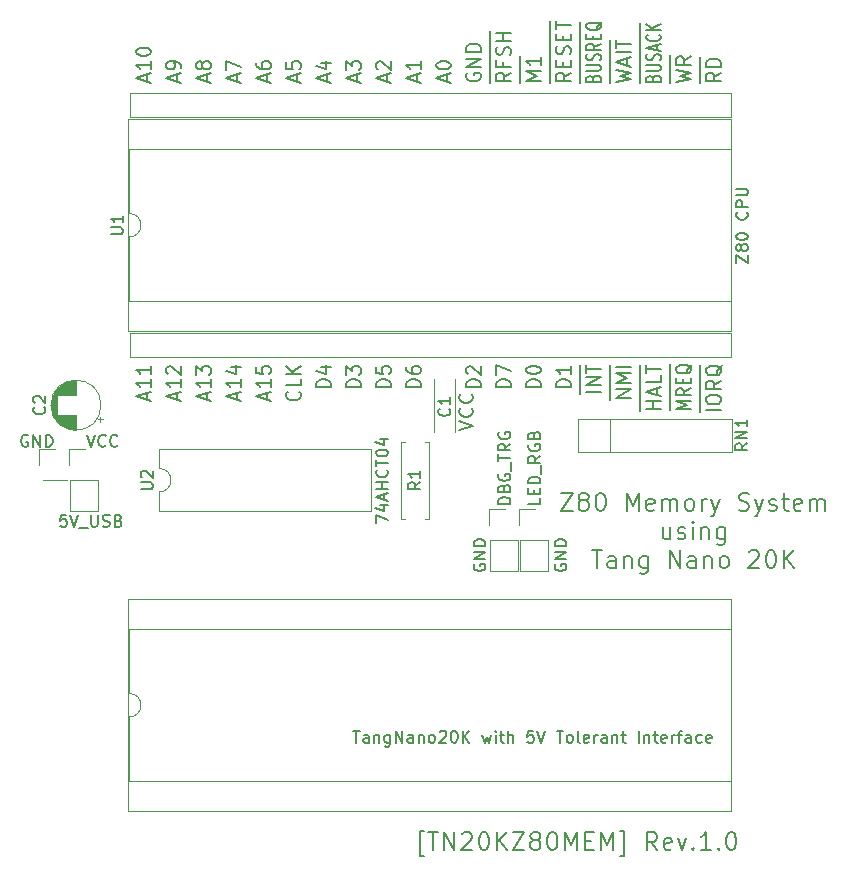
<source format=gbr>
%TF.GenerationSoftware,KiCad,Pcbnew,7.0.2*%
%TF.CreationDate,2023-06-24T18:04:26+09:00*%
%TF.ProjectId,TangNanoZ80MEM,54616e67-4e61-46e6-9f5a-38304d454d2e,rev?*%
%TF.SameCoordinates,Original*%
%TF.FileFunction,Legend,Top*%
%TF.FilePolarity,Positive*%
%FSLAX46Y46*%
G04 Gerber Fmt 4.6, Leading zero omitted, Abs format (unit mm)*
G04 Created by KiCad (PCBNEW 7.0.2) date 2023-06-24 18:04:26*
%MOMM*%
%LPD*%
G01*
G04 APERTURE LIST*
%ADD10C,0.200000*%
%ADD11C,0.150000*%
%ADD12C,0.120000*%
%ADD13C,0.100000*%
G04 APERTURE END LIST*
D10*
X36345714Y-71182428D02*
X35988571Y-71182428D01*
X35988571Y-71182428D02*
X35988571Y-69039571D01*
X35988571Y-69039571D02*
X36345714Y-69039571D01*
X36702857Y-69182428D02*
X37560000Y-69182428D01*
X37131428Y-70682428D02*
X37131428Y-69182428D01*
X38059999Y-70682428D02*
X38059999Y-69182428D01*
X38059999Y-69182428D02*
X38917142Y-70682428D01*
X38917142Y-70682428D02*
X38917142Y-69182428D01*
X39560000Y-69325285D02*
X39631428Y-69253857D01*
X39631428Y-69253857D02*
X39774286Y-69182428D01*
X39774286Y-69182428D02*
X40131428Y-69182428D01*
X40131428Y-69182428D02*
X40274286Y-69253857D01*
X40274286Y-69253857D02*
X40345714Y-69325285D01*
X40345714Y-69325285D02*
X40417143Y-69468142D01*
X40417143Y-69468142D02*
X40417143Y-69611000D01*
X40417143Y-69611000D02*
X40345714Y-69825285D01*
X40345714Y-69825285D02*
X39488571Y-70682428D01*
X39488571Y-70682428D02*
X40417143Y-70682428D01*
X41345714Y-69182428D02*
X41488571Y-69182428D01*
X41488571Y-69182428D02*
X41631428Y-69253857D01*
X41631428Y-69253857D02*
X41702857Y-69325285D01*
X41702857Y-69325285D02*
X41774285Y-69468142D01*
X41774285Y-69468142D02*
X41845714Y-69753857D01*
X41845714Y-69753857D02*
X41845714Y-70111000D01*
X41845714Y-70111000D02*
X41774285Y-70396714D01*
X41774285Y-70396714D02*
X41702857Y-70539571D01*
X41702857Y-70539571D02*
X41631428Y-70611000D01*
X41631428Y-70611000D02*
X41488571Y-70682428D01*
X41488571Y-70682428D02*
X41345714Y-70682428D01*
X41345714Y-70682428D02*
X41202857Y-70611000D01*
X41202857Y-70611000D02*
X41131428Y-70539571D01*
X41131428Y-70539571D02*
X41059999Y-70396714D01*
X41059999Y-70396714D02*
X40988571Y-70111000D01*
X40988571Y-70111000D02*
X40988571Y-69753857D01*
X40988571Y-69753857D02*
X41059999Y-69468142D01*
X41059999Y-69468142D02*
X41131428Y-69325285D01*
X41131428Y-69325285D02*
X41202857Y-69253857D01*
X41202857Y-69253857D02*
X41345714Y-69182428D01*
X42488570Y-70682428D02*
X42488570Y-69182428D01*
X43345713Y-70682428D02*
X42702856Y-69825285D01*
X43345713Y-69182428D02*
X42488570Y-70039571D01*
X43845713Y-69182428D02*
X44845713Y-69182428D01*
X44845713Y-69182428D02*
X43845713Y-70682428D01*
X43845713Y-70682428D02*
X44845713Y-70682428D01*
X45631427Y-69825285D02*
X45488570Y-69753857D01*
X45488570Y-69753857D02*
X45417141Y-69682428D01*
X45417141Y-69682428D02*
X45345713Y-69539571D01*
X45345713Y-69539571D02*
X45345713Y-69468142D01*
X45345713Y-69468142D02*
X45417141Y-69325285D01*
X45417141Y-69325285D02*
X45488570Y-69253857D01*
X45488570Y-69253857D02*
X45631427Y-69182428D01*
X45631427Y-69182428D02*
X45917141Y-69182428D01*
X45917141Y-69182428D02*
X46059999Y-69253857D01*
X46059999Y-69253857D02*
X46131427Y-69325285D01*
X46131427Y-69325285D02*
X46202856Y-69468142D01*
X46202856Y-69468142D02*
X46202856Y-69539571D01*
X46202856Y-69539571D02*
X46131427Y-69682428D01*
X46131427Y-69682428D02*
X46059999Y-69753857D01*
X46059999Y-69753857D02*
X45917141Y-69825285D01*
X45917141Y-69825285D02*
X45631427Y-69825285D01*
X45631427Y-69825285D02*
X45488570Y-69896714D01*
X45488570Y-69896714D02*
X45417141Y-69968142D01*
X45417141Y-69968142D02*
X45345713Y-70111000D01*
X45345713Y-70111000D02*
X45345713Y-70396714D01*
X45345713Y-70396714D02*
X45417141Y-70539571D01*
X45417141Y-70539571D02*
X45488570Y-70611000D01*
X45488570Y-70611000D02*
X45631427Y-70682428D01*
X45631427Y-70682428D02*
X45917141Y-70682428D01*
X45917141Y-70682428D02*
X46059999Y-70611000D01*
X46059999Y-70611000D02*
X46131427Y-70539571D01*
X46131427Y-70539571D02*
X46202856Y-70396714D01*
X46202856Y-70396714D02*
X46202856Y-70111000D01*
X46202856Y-70111000D02*
X46131427Y-69968142D01*
X46131427Y-69968142D02*
X46059999Y-69896714D01*
X46059999Y-69896714D02*
X45917141Y-69825285D01*
X47131427Y-69182428D02*
X47274284Y-69182428D01*
X47274284Y-69182428D02*
X47417141Y-69253857D01*
X47417141Y-69253857D02*
X47488570Y-69325285D01*
X47488570Y-69325285D02*
X47559998Y-69468142D01*
X47559998Y-69468142D02*
X47631427Y-69753857D01*
X47631427Y-69753857D02*
X47631427Y-70111000D01*
X47631427Y-70111000D02*
X47559998Y-70396714D01*
X47559998Y-70396714D02*
X47488570Y-70539571D01*
X47488570Y-70539571D02*
X47417141Y-70611000D01*
X47417141Y-70611000D02*
X47274284Y-70682428D01*
X47274284Y-70682428D02*
X47131427Y-70682428D01*
X47131427Y-70682428D02*
X46988570Y-70611000D01*
X46988570Y-70611000D02*
X46917141Y-70539571D01*
X46917141Y-70539571D02*
X46845712Y-70396714D01*
X46845712Y-70396714D02*
X46774284Y-70111000D01*
X46774284Y-70111000D02*
X46774284Y-69753857D01*
X46774284Y-69753857D02*
X46845712Y-69468142D01*
X46845712Y-69468142D02*
X46917141Y-69325285D01*
X46917141Y-69325285D02*
X46988570Y-69253857D01*
X46988570Y-69253857D02*
X47131427Y-69182428D01*
X48274283Y-70682428D02*
X48274283Y-69182428D01*
X48274283Y-69182428D02*
X48774283Y-70253857D01*
X48774283Y-70253857D02*
X49274283Y-69182428D01*
X49274283Y-69182428D02*
X49274283Y-70682428D01*
X49988569Y-69896714D02*
X50488569Y-69896714D01*
X50702855Y-70682428D02*
X49988569Y-70682428D01*
X49988569Y-70682428D02*
X49988569Y-69182428D01*
X49988569Y-69182428D02*
X50702855Y-69182428D01*
X51345712Y-70682428D02*
X51345712Y-69182428D01*
X51345712Y-69182428D02*
X51845712Y-70253857D01*
X51845712Y-70253857D02*
X52345712Y-69182428D01*
X52345712Y-69182428D02*
X52345712Y-70682428D01*
X52917141Y-71182428D02*
X53274284Y-71182428D01*
X53274284Y-71182428D02*
X53274284Y-69039571D01*
X53274284Y-69039571D02*
X52917141Y-69039571D01*
X56059998Y-70682428D02*
X55559998Y-69968142D01*
X55202855Y-70682428D02*
X55202855Y-69182428D01*
X55202855Y-69182428D02*
X55774284Y-69182428D01*
X55774284Y-69182428D02*
X55917141Y-69253857D01*
X55917141Y-69253857D02*
X55988570Y-69325285D01*
X55988570Y-69325285D02*
X56059998Y-69468142D01*
X56059998Y-69468142D02*
X56059998Y-69682428D01*
X56059998Y-69682428D02*
X55988570Y-69825285D01*
X55988570Y-69825285D02*
X55917141Y-69896714D01*
X55917141Y-69896714D02*
X55774284Y-69968142D01*
X55774284Y-69968142D02*
X55202855Y-69968142D01*
X57274284Y-70611000D02*
X57131427Y-70682428D01*
X57131427Y-70682428D02*
X56845713Y-70682428D01*
X56845713Y-70682428D02*
X56702855Y-70611000D01*
X56702855Y-70611000D02*
X56631427Y-70468142D01*
X56631427Y-70468142D02*
X56631427Y-69896714D01*
X56631427Y-69896714D02*
X56702855Y-69753857D01*
X56702855Y-69753857D02*
X56845713Y-69682428D01*
X56845713Y-69682428D02*
X57131427Y-69682428D01*
X57131427Y-69682428D02*
X57274284Y-69753857D01*
X57274284Y-69753857D02*
X57345713Y-69896714D01*
X57345713Y-69896714D02*
X57345713Y-70039571D01*
X57345713Y-70039571D02*
X56631427Y-70182428D01*
X57845712Y-69682428D02*
X58202855Y-70682428D01*
X58202855Y-70682428D02*
X58559998Y-69682428D01*
X59131426Y-70539571D02*
X59202855Y-70611000D01*
X59202855Y-70611000D02*
X59131426Y-70682428D01*
X59131426Y-70682428D02*
X59059998Y-70611000D01*
X59059998Y-70611000D02*
X59131426Y-70539571D01*
X59131426Y-70539571D02*
X59131426Y-70682428D01*
X60631427Y-70682428D02*
X59774284Y-70682428D01*
X60202855Y-70682428D02*
X60202855Y-69182428D01*
X60202855Y-69182428D02*
X60059998Y-69396714D01*
X60059998Y-69396714D02*
X59917141Y-69539571D01*
X59917141Y-69539571D02*
X59774284Y-69611000D01*
X61274283Y-70539571D02*
X61345712Y-70611000D01*
X61345712Y-70611000D02*
X61274283Y-70682428D01*
X61274283Y-70682428D02*
X61202855Y-70611000D01*
X61202855Y-70611000D02*
X61274283Y-70539571D01*
X61274283Y-70539571D02*
X61274283Y-70682428D01*
X62274284Y-69182428D02*
X62417141Y-69182428D01*
X62417141Y-69182428D02*
X62559998Y-69253857D01*
X62559998Y-69253857D02*
X62631427Y-69325285D01*
X62631427Y-69325285D02*
X62702855Y-69468142D01*
X62702855Y-69468142D02*
X62774284Y-69753857D01*
X62774284Y-69753857D02*
X62774284Y-70111000D01*
X62774284Y-70111000D02*
X62702855Y-70396714D01*
X62702855Y-70396714D02*
X62631427Y-70539571D01*
X62631427Y-70539571D02*
X62559998Y-70611000D01*
X62559998Y-70611000D02*
X62417141Y-70682428D01*
X62417141Y-70682428D02*
X62274284Y-70682428D01*
X62274284Y-70682428D02*
X62131427Y-70611000D01*
X62131427Y-70611000D02*
X62059998Y-70539571D01*
X62059998Y-70539571D02*
X61988569Y-70396714D01*
X61988569Y-70396714D02*
X61917141Y-70111000D01*
X61917141Y-70111000D02*
X61917141Y-69753857D01*
X61917141Y-69753857D02*
X61988569Y-69468142D01*
X61988569Y-69468142D02*
X62059998Y-69325285D01*
X62059998Y-69325285D02*
X62131427Y-69253857D01*
X62131427Y-69253857D02*
X62274284Y-69182428D01*
X47932001Y-40446428D02*
X48932001Y-40446428D01*
X48932001Y-40446428D02*
X47932001Y-41946428D01*
X47932001Y-41946428D02*
X48932001Y-41946428D01*
X49717715Y-41089285D02*
X49574858Y-41017857D01*
X49574858Y-41017857D02*
X49503429Y-40946428D01*
X49503429Y-40946428D02*
X49432001Y-40803571D01*
X49432001Y-40803571D02*
X49432001Y-40732142D01*
X49432001Y-40732142D02*
X49503429Y-40589285D01*
X49503429Y-40589285D02*
X49574858Y-40517857D01*
X49574858Y-40517857D02*
X49717715Y-40446428D01*
X49717715Y-40446428D02*
X50003429Y-40446428D01*
X50003429Y-40446428D02*
X50146287Y-40517857D01*
X50146287Y-40517857D02*
X50217715Y-40589285D01*
X50217715Y-40589285D02*
X50289144Y-40732142D01*
X50289144Y-40732142D02*
X50289144Y-40803571D01*
X50289144Y-40803571D02*
X50217715Y-40946428D01*
X50217715Y-40946428D02*
X50146287Y-41017857D01*
X50146287Y-41017857D02*
X50003429Y-41089285D01*
X50003429Y-41089285D02*
X49717715Y-41089285D01*
X49717715Y-41089285D02*
X49574858Y-41160714D01*
X49574858Y-41160714D02*
X49503429Y-41232142D01*
X49503429Y-41232142D02*
X49432001Y-41375000D01*
X49432001Y-41375000D02*
X49432001Y-41660714D01*
X49432001Y-41660714D02*
X49503429Y-41803571D01*
X49503429Y-41803571D02*
X49574858Y-41875000D01*
X49574858Y-41875000D02*
X49717715Y-41946428D01*
X49717715Y-41946428D02*
X50003429Y-41946428D01*
X50003429Y-41946428D02*
X50146287Y-41875000D01*
X50146287Y-41875000D02*
X50217715Y-41803571D01*
X50217715Y-41803571D02*
X50289144Y-41660714D01*
X50289144Y-41660714D02*
X50289144Y-41375000D01*
X50289144Y-41375000D02*
X50217715Y-41232142D01*
X50217715Y-41232142D02*
X50146287Y-41160714D01*
X50146287Y-41160714D02*
X50003429Y-41089285D01*
X51217715Y-40446428D02*
X51360572Y-40446428D01*
X51360572Y-40446428D02*
X51503429Y-40517857D01*
X51503429Y-40517857D02*
X51574858Y-40589285D01*
X51574858Y-40589285D02*
X51646286Y-40732142D01*
X51646286Y-40732142D02*
X51717715Y-41017857D01*
X51717715Y-41017857D02*
X51717715Y-41375000D01*
X51717715Y-41375000D02*
X51646286Y-41660714D01*
X51646286Y-41660714D02*
X51574858Y-41803571D01*
X51574858Y-41803571D02*
X51503429Y-41875000D01*
X51503429Y-41875000D02*
X51360572Y-41946428D01*
X51360572Y-41946428D02*
X51217715Y-41946428D01*
X51217715Y-41946428D02*
X51074858Y-41875000D01*
X51074858Y-41875000D02*
X51003429Y-41803571D01*
X51003429Y-41803571D02*
X50932000Y-41660714D01*
X50932000Y-41660714D02*
X50860572Y-41375000D01*
X50860572Y-41375000D02*
X50860572Y-41017857D01*
X50860572Y-41017857D02*
X50932000Y-40732142D01*
X50932000Y-40732142D02*
X51003429Y-40589285D01*
X51003429Y-40589285D02*
X51074858Y-40517857D01*
X51074858Y-40517857D02*
X51217715Y-40446428D01*
X53503428Y-41946428D02*
X53503428Y-40446428D01*
X53503428Y-40446428D02*
X54003428Y-41517857D01*
X54003428Y-41517857D02*
X54503428Y-40446428D01*
X54503428Y-40446428D02*
X54503428Y-41946428D01*
X55789143Y-41875000D02*
X55646286Y-41946428D01*
X55646286Y-41946428D02*
X55360572Y-41946428D01*
X55360572Y-41946428D02*
X55217714Y-41875000D01*
X55217714Y-41875000D02*
X55146286Y-41732142D01*
X55146286Y-41732142D02*
X55146286Y-41160714D01*
X55146286Y-41160714D02*
X55217714Y-41017857D01*
X55217714Y-41017857D02*
X55360572Y-40946428D01*
X55360572Y-40946428D02*
X55646286Y-40946428D01*
X55646286Y-40946428D02*
X55789143Y-41017857D01*
X55789143Y-41017857D02*
X55860572Y-41160714D01*
X55860572Y-41160714D02*
X55860572Y-41303571D01*
X55860572Y-41303571D02*
X55146286Y-41446428D01*
X56503428Y-41946428D02*
X56503428Y-40946428D01*
X56503428Y-41089285D02*
X56574857Y-41017857D01*
X56574857Y-41017857D02*
X56717714Y-40946428D01*
X56717714Y-40946428D02*
X56932000Y-40946428D01*
X56932000Y-40946428D02*
X57074857Y-41017857D01*
X57074857Y-41017857D02*
X57146286Y-41160714D01*
X57146286Y-41160714D02*
X57146286Y-41946428D01*
X57146286Y-41160714D02*
X57217714Y-41017857D01*
X57217714Y-41017857D02*
X57360571Y-40946428D01*
X57360571Y-40946428D02*
X57574857Y-40946428D01*
X57574857Y-40946428D02*
X57717714Y-41017857D01*
X57717714Y-41017857D02*
X57789143Y-41160714D01*
X57789143Y-41160714D02*
X57789143Y-41946428D01*
X58717714Y-41946428D02*
X58574857Y-41875000D01*
X58574857Y-41875000D02*
X58503428Y-41803571D01*
X58503428Y-41803571D02*
X58432000Y-41660714D01*
X58432000Y-41660714D02*
X58432000Y-41232142D01*
X58432000Y-41232142D02*
X58503428Y-41089285D01*
X58503428Y-41089285D02*
X58574857Y-41017857D01*
X58574857Y-41017857D02*
X58717714Y-40946428D01*
X58717714Y-40946428D02*
X58932000Y-40946428D01*
X58932000Y-40946428D02*
X59074857Y-41017857D01*
X59074857Y-41017857D02*
X59146286Y-41089285D01*
X59146286Y-41089285D02*
X59217714Y-41232142D01*
X59217714Y-41232142D02*
X59217714Y-41660714D01*
X59217714Y-41660714D02*
X59146286Y-41803571D01*
X59146286Y-41803571D02*
X59074857Y-41875000D01*
X59074857Y-41875000D02*
X58932000Y-41946428D01*
X58932000Y-41946428D02*
X58717714Y-41946428D01*
X59860571Y-41946428D02*
X59860571Y-40946428D01*
X59860571Y-41232142D02*
X59932000Y-41089285D01*
X59932000Y-41089285D02*
X60003429Y-41017857D01*
X60003429Y-41017857D02*
X60146286Y-40946428D01*
X60146286Y-40946428D02*
X60289143Y-40946428D01*
X60646285Y-40946428D02*
X61003428Y-41946428D01*
X61360571Y-40946428D02*
X61003428Y-41946428D01*
X61003428Y-41946428D02*
X60860571Y-42303571D01*
X60860571Y-42303571D02*
X60789142Y-42375000D01*
X60789142Y-42375000D02*
X60646285Y-42446428D01*
X63003428Y-41875000D02*
X63217714Y-41946428D01*
X63217714Y-41946428D02*
X63574856Y-41946428D01*
X63574856Y-41946428D02*
X63717714Y-41875000D01*
X63717714Y-41875000D02*
X63789142Y-41803571D01*
X63789142Y-41803571D02*
X63860571Y-41660714D01*
X63860571Y-41660714D02*
X63860571Y-41517857D01*
X63860571Y-41517857D02*
X63789142Y-41375000D01*
X63789142Y-41375000D02*
X63717714Y-41303571D01*
X63717714Y-41303571D02*
X63574856Y-41232142D01*
X63574856Y-41232142D02*
X63289142Y-41160714D01*
X63289142Y-41160714D02*
X63146285Y-41089285D01*
X63146285Y-41089285D02*
X63074856Y-41017857D01*
X63074856Y-41017857D02*
X63003428Y-40875000D01*
X63003428Y-40875000D02*
X63003428Y-40732142D01*
X63003428Y-40732142D02*
X63074856Y-40589285D01*
X63074856Y-40589285D02*
X63146285Y-40517857D01*
X63146285Y-40517857D02*
X63289142Y-40446428D01*
X63289142Y-40446428D02*
X63646285Y-40446428D01*
X63646285Y-40446428D02*
X63860571Y-40517857D01*
X64360570Y-40946428D02*
X64717713Y-41946428D01*
X65074856Y-40946428D02*
X64717713Y-41946428D01*
X64717713Y-41946428D02*
X64574856Y-42303571D01*
X64574856Y-42303571D02*
X64503427Y-42375000D01*
X64503427Y-42375000D02*
X64360570Y-42446428D01*
X65574856Y-41875000D02*
X65717713Y-41946428D01*
X65717713Y-41946428D02*
X66003427Y-41946428D01*
X66003427Y-41946428D02*
X66146284Y-41875000D01*
X66146284Y-41875000D02*
X66217713Y-41732142D01*
X66217713Y-41732142D02*
X66217713Y-41660714D01*
X66217713Y-41660714D02*
X66146284Y-41517857D01*
X66146284Y-41517857D02*
X66003427Y-41446428D01*
X66003427Y-41446428D02*
X65789142Y-41446428D01*
X65789142Y-41446428D02*
X65646284Y-41375000D01*
X65646284Y-41375000D02*
X65574856Y-41232142D01*
X65574856Y-41232142D02*
X65574856Y-41160714D01*
X65574856Y-41160714D02*
X65646284Y-41017857D01*
X65646284Y-41017857D02*
X65789142Y-40946428D01*
X65789142Y-40946428D02*
X66003427Y-40946428D01*
X66003427Y-40946428D02*
X66146284Y-41017857D01*
X66646285Y-40946428D02*
X67217713Y-40946428D01*
X66860570Y-40446428D02*
X66860570Y-41732142D01*
X66860570Y-41732142D02*
X66931999Y-41875000D01*
X66931999Y-41875000D02*
X67074856Y-41946428D01*
X67074856Y-41946428D02*
X67217713Y-41946428D01*
X68289142Y-41875000D02*
X68146285Y-41946428D01*
X68146285Y-41946428D02*
X67860571Y-41946428D01*
X67860571Y-41946428D02*
X67717713Y-41875000D01*
X67717713Y-41875000D02*
X67646285Y-41732142D01*
X67646285Y-41732142D02*
X67646285Y-41160714D01*
X67646285Y-41160714D02*
X67717713Y-41017857D01*
X67717713Y-41017857D02*
X67860571Y-40946428D01*
X67860571Y-40946428D02*
X68146285Y-40946428D01*
X68146285Y-40946428D02*
X68289142Y-41017857D01*
X68289142Y-41017857D02*
X68360571Y-41160714D01*
X68360571Y-41160714D02*
X68360571Y-41303571D01*
X68360571Y-41303571D02*
X67646285Y-41446428D01*
X69003427Y-41946428D02*
X69003427Y-40946428D01*
X69003427Y-41089285D02*
X69074856Y-41017857D01*
X69074856Y-41017857D02*
X69217713Y-40946428D01*
X69217713Y-40946428D02*
X69431999Y-40946428D01*
X69431999Y-40946428D02*
X69574856Y-41017857D01*
X69574856Y-41017857D02*
X69646285Y-41160714D01*
X69646285Y-41160714D02*
X69646285Y-41946428D01*
X69646285Y-41160714D02*
X69717713Y-41017857D01*
X69717713Y-41017857D02*
X69860570Y-40946428D01*
X69860570Y-40946428D02*
X70074856Y-40946428D01*
X70074856Y-40946428D02*
X70217713Y-41017857D01*
X70217713Y-41017857D02*
X70289142Y-41160714D01*
X70289142Y-41160714D02*
X70289142Y-41946428D01*
X57182000Y-43376428D02*
X57182000Y-44376428D01*
X56539142Y-43376428D02*
X56539142Y-44162142D01*
X56539142Y-44162142D02*
X56610571Y-44305000D01*
X56610571Y-44305000D02*
X56753428Y-44376428D01*
X56753428Y-44376428D02*
X56967714Y-44376428D01*
X56967714Y-44376428D02*
X57110571Y-44305000D01*
X57110571Y-44305000D02*
X57182000Y-44233571D01*
X57824857Y-44305000D02*
X57967714Y-44376428D01*
X57967714Y-44376428D02*
X58253428Y-44376428D01*
X58253428Y-44376428D02*
X58396285Y-44305000D01*
X58396285Y-44305000D02*
X58467714Y-44162142D01*
X58467714Y-44162142D02*
X58467714Y-44090714D01*
X58467714Y-44090714D02*
X58396285Y-43947857D01*
X58396285Y-43947857D02*
X58253428Y-43876428D01*
X58253428Y-43876428D02*
X58039143Y-43876428D01*
X58039143Y-43876428D02*
X57896285Y-43805000D01*
X57896285Y-43805000D02*
X57824857Y-43662142D01*
X57824857Y-43662142D02*
X57824857Y-43590714D01*
X57824857Y-43590714D02*
X57896285Y-43447857D01*
X57896285Y-43447857D02*
X58039143Y-43376428D01*
X58039143Y-43376428D02*
X58253428Y-43376428D01*
X58253428Y-43376428D02*
X58396285Y-43447857D01*
X59110571Y-44376428D02*
X59110571Y-43376428D01*
X59110571Y-42876428D02*
X59039143Y-42947857D01*
X59039143Y-42947857D02*
X59110571Y-43019285D01*
X59110571Y-43019285D02*
X59182000Y-42947857D01*
X59182000Y-42947857D02*
X59110571Y-42876428D01*
X59110571Y-42876428D02*
X59110571Y-43019285D01*
X59824857Y-43376428D02*
X59824857Y-44376428D01*
X59824857Y-43519285D02*
X59896286Y-43447857D01*
X59896286Y-43447857D02*
X60039143Y-43376428D01*
X60039143Y-43376428D02*
X60253429Y-43376428D01*
X60253429Y-43376428D02*
X60396286Y-43447857D01*
X60396286Y-43447857D02*
X60467715Y-43590714D01*
X60467715Y-43590714D02*
X60467715Y-44376428D01*
X61824858Y-43376428D02*
X61824858Y-44590714D01*
X61824858Y-44590714D02*
X61753429Y-44733571D01*
X61753429Y-44733571D02*
X61682000Y-44805000D01*
X61682000Y-44805000D02*
X61539143Y-44876428D01*
X61539143Y-44876428D02*
X61324858Y-44876428D01*
X61324858Y-44876428D02*
X61182000Y-44805000D01*
X61824858Y-44305000D02*
X61682000Y-44376428D01*
X61682000Y-44376428D02*
X61396286Y-44376428D01*
X61396286Y-44376428D02*
X61253429Y-44305000D01*
X61253429Y-44305000D02*
X61182000Y-44233571D01*
X61182000Y-44233571D02*
X61110572Y-44090714D01*
X61110572Y-44090714D02*
X61110572Y-43662142D01*
X61110572Y-43662142D02*
X61182000Y-43519285D01*
X61182000Y-43519285D02*
X61253429Y-43447857D01*
X61253429Y-43447857D02*
X61396286Y-43376428D01*
X61396286Y-43376428D02*
X61682000Y-43376428D01*
X61682000Y-43376428D02*
X61824858Y-43447857D01*
X50574857Y-45306428D02*
X51432000Y-45306428D01*
X51003428Y-46806428D02*
X51003428Y-45306428D01*
X52574857Y-46806428D02*
X52574857Y-46020714D01*
X52574857Y-46020714D02*
X52503428Y-45877857D01*
X52503428Y-45877857D02*
X52360571Y-45806428D01*
X52360571Y-45806428D02*
X52074857Y-45806428D01*
X52074857Y-45806428D02*
X51931999Y-45877857D01*
X52574857Y-46735000D02*
X52431999Y-46806428D01*
X52431999Y-46806428D02*
X52074857Y-46806428D01*
X52074857Y-46806428D02*
X51931999Y-46735000D01*
X51931999Y-46735000D02*
X51860571Y-46592142D01*
X51860571Y-46592142D02*
X51860571Y-46449285D01*
X51860571Y-46449285D02*
X51931999Y-46306428D01*
X51931999Y-46306428D02*
X52074857Y-46235000D01*
X52074857Y-46235000D02*
X52431999Y-46235000D01*
X52431999Y-46235000D02*
X52574857Y-46163571D01*
X53289142Y-45806428D02*
X53289142Y-46806428D01*
X53289142Y-45949285D02*
X53360571Y-45877857D01*
X53360571Y-45877857D02*
X53503428Y-45806428D01*
X53503428Y-45806428D02*
X53717714Y-45806428D01*
X53717714Y-45806428D02*
X53860571Y-45877857D01*
X53860571Y-45877857D02*
X53932000Y-46020714D01*
X53932000Y-46020714D02*
X53932000Y-46806428D01*
X55289143Y-45806428D02*
X55289143Y-47020714D01*
X55289143Y-47020714D02*
X55217714Y-47163571D01*
X55217714Y-47163571D02*
X55146285Y-47235000D01*
X55146285Y-47235000D02*
X55003428Y-47306428D01*
X55003428Y-47306428D02*
X54789143Y-47306428D01*
X54789143Y-47306428D02*
X54646285Y-47235000D01*
X55289143Y-46735000D02*
X55146285Y-46806428D01*
X55146285Y-46806428D02*
X54860571Y-46806428D01*
X54860571Y-46806428D02*
X54717714Y-46735000D01*
X54717714Y-46735000D02*
X54646285Y-46663571D01*
X54646285Y-46663571D02*
X54574857Y-46520714D01*
X54574857Y-46520714D02*
X54574857Y-46092142D01*
X54574857Y-46092142D02*
X54646285Y-45949285D01*
X54646285Y-45949285D02*
X54717714Y-45877857D01*
X54717714Y-45877857D02*
X54860571Y-45806428D01*
X54860571Y-45806428D02*
X55146285Y-45806428D01*
X55146285Y-45806428D02*
X55289143Y-45877857D01*
X57146285Y-46806428D02*
X57146285Y-45306428D01*
X57146285Y-45306428D02*
X58003428Y-46806428D01*
X58003428Y-46806428D02*
X58003428Y-45306428D01*
X59360572Y-46806428D02*
X59360572Y-46020714D01*
X59360572Y-46020714D02*
X59289143Y-45877857D01*
X59289143Y-45877857D02*
X59146286Y-45806428D01*
X59146286Y-45806428D02*
X58860572Y-45806428D01*
X58860572Y-45806428D02*
X58717714Y-45877857D01*
X59360572Y-46735000D02*
X59217714Y-46806428D01*
X59217714Y-46806428D02*
X58860572Y-46806428D01*
X58860572Y-46806428D02*
X58717714Y-46735000D01*
X58717714Y-46735000D02*
X58646286Y-46592142D01*
X58646286Y-46592142D02*
X58646286Y-46449285D01*
X58646286Y-46449285D02*
X58717714Y-46306428D01*
X58717714Y-46306428D02*
X58860572Y-46235000D01*
X58860572Y-46235000D02*
X59217714Y-46235000D01*
X59217714Y-46235000D02*
X59360572Y-46163571D01*
X60074857Y-45806428D02*
X60074857Y-46806428D01*
X60074857Y-45949285D02*
X60146286Y-45877857D01*
X60146286Y-45877857D02*
X60289143Y-45806428D01*
X60289143Y-45806428D02*
X60503429Y-45806428D01*
X60503429Y-45806428D02*
X60646286Y-45877857D01*
X60646286Y-45877857D02*
X60717715Y-46020714D01*
X60717715Y-46020714D02*
X60717715Y-46806428D01*
X61646286Y-46806428D02*
X61503429Y-46735000D01*
X61503429Y-46735000D02*
X61432000Y-46663571D01*
X61432000Y-46663571D02*
X61360572Y-46520714D01*
X61360572Y-46520714D02*
X61360572Y-46092142D01*
X61360572Y-46092142D02*
X61432000Y-45949285D01*
X61432000Y-45949285D02*
X61503429Y-45877857D01*
X61503429Y-45877857D02*
X61646286Y-45806428D01*
X61646286Y-45806428D02*
X61860572Y-45806428D01*
X61860572Y-45806428D02*
X62003429Y-45877857D01*
X62003429Y-45877857D02*
X62074858Y-45949285D01*
X62074858Y-45949285D02*
X62146286Y-46092142D01*
X62146286Y-46092142D02*
X62146286Y-46520714D01*
X62146286Y-46520714D02*
X62074858Y-46663571D01*
X62074858Y-46663571D02*
X62003429Y-46735000D01*
X62003429Y-46735000D02*
X61860572Y-46806428D01*
X61860572Y-46806428D02*
X61646286Y-46806428D01*
X63860572Y-45449285D02*
X63932000Y-45377857D01*
X63932000Y-45377857D02*
X64074858Y-45306428D01*
X64074858Y-45306428D02*
X64432000Y-45306428D01*
X64432000Y-45306428D02*
X64574858Y-45377857D01*
X64574858Y-45377857D02*
X64646286Y-45449285D01*
X64646286Y-45449285D02*
X64717715Y-45592142D01*
X64717715Y-45592142D02*
X64717715Y-45735000D01*
X64717715Y-45735000D02*
X64646286Y-45949285D01*
X64646286Y-45949285D02*
X63789143Y-46806428D01*
X63789143Y-46806428D02*
X64717715Y-46806428D01*
X65646286Y-45306428D02*
X65789143Y-45306428D01*
X65789143Y-45306428D02*
X65932000Y-45377857D01*
X65932000Y-45377857D02*
X66003429Y-45449285D01*
X66003429Y-45449285D02*
X66074857Y-45592142D01*
X66074857Y-45592142D02*
X66146286Y-45877857D01*
X66146286Y-45877857D02*
X66146286Y-46235000D01*
X66146286Y-46235000D02*
X66074857Y-46520714D01*
X66074857Y-46520714D02*
X66003429Y-46663571D01*
X66003429Y-46663571D02*
X65932000Y-46735000D01*
X65932000Y-46735000D02*
X65789143Y-46806428D01*
X65789143Y-46806428D02*
X65646286Y-46806428D01*
X65646286Y-46806428D02*
X65503429Y-46735000D01*
X65503429Y-46735000D02*
X65432000Y-46663571D01*
X65432000Y-46663571D02*
X65360571Y-46520714D01*
X65360571Y-46520714D02*
X65289143Y-46235000D01*
X65289143Y-46235000D02*
X65289143Y-45877857D01*
X65289143Y-45877857D02*
X65360571Y-45592142D01*
X65360571Y-45592142D02*
X65432000Y-45449285D01*
X65432000Y-45449285D02*
X65503429Y-45377857D01*
X65503429Y-45377857D02*
X65646286Y-45306428D01*
X66789142Y-46806428D02*
X66789142Y-45306428D01*
X67646285Y-46806428D02*
X67003428Y-45949285D01*
X67646285Y-45306428D02*
X66789142Y-46163571D01*
D11*
X30321238Y-60599619D02*
X30892666Y-60599619D01*
X30606952Y-61599619D02*
X30606952Y-60599619D01*
X31654571Y-61599619D02*
X31654571Y-61075809D01*
X31654571Y-61075809D02*
X31606952Y-60980571D01*
X31606952Y-60980571D02*
X31511714Y-60932952D01*
X31511714Y-60932952D02*
X31321238Y-60932952D01*
X31321238Y-60932952D02*
X31226000Y-60980571D01*
X31654571Y-61552000D02*
X31559333Y-61599619D01*
X31559333Y-61599619D02*
X31321238Y-61599619D01*
X31321238Y-61599619D02*
X31226000Y-61552000D01*
X31226000Y-61552000D02*
X31178381Y-61456761D01*
X31178381Y-61456761D02*
X31178381Y-61361523D01*
X31178381Y-61361523D02*
X31226000Y-61266285D01*
X31226000Y-61266285D02*
X31321238Y-61218666D01*
X31321238Y-61218666D02*
X31559333Y-61218666D01*
X31559333Y-61218666D02*
X31654571Y-61171047D01*
X32130762Y-60932952D02*
X32130762Y-61599619D01*
X32130762Y-61028190D02*
X32178381Y-60980571D01*
X32178381Y-60980571D02*
X32273619Y-60932952D01*
X32273619Y-60932952D02*
X32416476Y-60932952D01*
X32416476Y-60932952D02*
X32511714Y-60980571D01*
X32511714Y-60980571D02*
X32559333Y-61075809D01*
X32559333Y-61075809D02*
X32559333Y-61599619D01*
X33464095Y-60932952D02*
X33464095Y-61742476D01*
X33464095Y-61742476D02*
X33416476Y-61837714D01*
X33416476Y-61837714D02*
X33368857Y-61885333D01*
X33368857Y-61885333D02*
X33273619Y-61932952D01*
X33273619Y-61932952D02*
X33130762Y-61932952D01*
X33130762Y-61932952D02*
X33035524Y-61885333D01*
X33464095Y-61552000D02*
X33368857Y-61599619D01*
X33368857Y-61599619D02*
X33178381Y-61599619D01*
X33178381Y-61599619D02*
X33083143Y-61552000D01*
X33083143Y-61552000D02*
X33035524Y-61504380D01*
X33035524Y-61504380D02*
X32987905Y-61409142D01*
X32987905Y-61409142D02*
X32987905Y-61123428D01*
X32987905Y-61123428D02*
X33035524Y-61028190D01*
X33035524Y-61028190D02*
X33083143Y-60980571D01*
X33083143Y-60980571D02*
X33178381Y-60932952D01*
X33178381Y-60932952D02*
X33368857Y-60932952D01*
X33368857Y-60932952D02*
X33464095Y-60980571D01*
X33940286Y-61599619D02*
X33940286Y-60599619D01*
X33940286Y-60599619D02*
X34511714Y-61599619D01*
X34511714Y-61599619D02*
X34511714Y-60599619D01*
X35416476Y-61599619D02*
X35416476Y-61075809D01*
X35416476Y-61075809D02*
X35368857Y-60980571D01*
X35368857Y-60980571D02*
X35273619Y-60932952D01*
X35273619Y-60932952D02*
X35083143Y-60932952D01*
X35083143Y-60932952D02*
X34987905Y-60980571D01*
X35416476Y-61552000D02*
X35321238Y-61599619D01*
X35321238Y-61599619D02*
X35083143Y-61599619D01*
X35083143Y-61599619D02*
X34987905Y-61552000D01*
X34987905Y-61552000D02*
X34940286Y-61456761D01*
X34940286Y-61456761D02*
X34940286Y-61361523D01*
X34940286Y-61361523D02*
X34987905Y-61266285D01*
X34987905Y-61266285D02*
X35083143Y-61218666D01*
X35083143Y-61218666D02*
X35321238Y-61218666D01*
X35321238Y-61218666D02*
X35416476Y-61171047D01*
X35892667Y-60932952D02*
X35892667Y-61599619D01*
X35892667Y-61028190D02*
X35940286Y-60980571D01*
X35940286Y-60980571D02*
X36035524Y-60932952D01*
X36035524Y-60932952D02*
X36178381Y-60932952D01*
X36178381Y-60932952D02*
X36273619Y-60980571D01*
X36273619Y-60980571D02*
X36321238Y-61075809D01*
X36321238Y-61075809D02*
X36321238Y-61599619D01*
X36940286Y-61599619D02*
X36845048Y-61552000D01*
X36845048Y-61552000D02*
X36797429Y-61504380D01*
X36797429Y-61504380D02*
X36749810Y-61409142D01*
X36749810Y-61409142D02*
X36749810Y-61123428D01*
X36749810Y-61123428D02*
X36797429Y-61028190D01*
X36797429Y-61028190D02*
X36845048Y-60980571D01*
X36845048Y-60980571D02*
X36940286Y-60932952D01*
X36940286Y-60932952D02*
X37083143Y-60932952D01*
X37083143Y-60932952D02*
X37178381Y-60980571D01*
X37178381Y-60980571D02*
X37226000Y-61028190D01*
X37226000Y-61028190D02*
X37273619Y-61123428D01*
X37273619Y-61123428D02*
X37273619Y-61409142D01*
X37273619Y-61409142D02*
X37226000Y-61504380D01*
X37226000Y-61504380D02*
X37178381Y-61552000D01*
X37178381Y-61552000D02*
X37083143Y-61599619D01*
X37083143Y-61599619D02*
X36940286Y-61599619D01*
X37654572Y-60694857D02*
X37702191Y-60647238D01*
X37702191Y-60647238D02*
X37797429Y-60599619D01*
X37797429Y-60599619D02*
X38035524Y-60599619D01*
X38035524Y-60599619D02*
X38130762Y-60647238D01*
X38130762Y-60647238D02*
X38178381Y-60694857D01*
X38178381Y-60694857D02*
X38226000Y-60790095D01*
X38226000Y-60790095D02*
X38226000Y-60885333D01*
X38226000Y-60885333D02*
X38178381Y-61028190D01*
X38178381Y-61028190D02*
X37606953Y-61599619D01*
X37606953Y-61599619D02*
X38226000Y-61599619D01*
X38845048Y-60599619D02*
X38940286Y-60599619D01*
X38940286Y-60599619D02*
X39035524Y-60647238D01*
X39035524Y-60647238D02*
X39083143Y-60694857D01*
X39083143Y-60694857D02*
X39130762Y-60790095D01*
X39130762Y-60790095D02*
X39178381Y-60980571D01*
X39178381Y-60980571D02*
X39178381Y-61218666D01*
X39178381Y-61218666D02*
X39130762Y-61409142D01*
X39130762Y-61409142D02*
X39083143Y-61504380D01*
X39083143Y-61504380D02*
X39035524Y-61552000D01*
X39035524Y-61552000D02*
X38940286Y-61599619D01*
X38940286Y-61599619D02*
X38845048Y-61599619D01*
X38845048Y-61599619D02*
X38749810Y-61552000D01*
X38749810Y-61552000D02*
X38702191Y-61504380D01*
X38702191Y-61504380D02*
X38654572Y-61409142D01*
X38654572Y-61409142D02*
X38606953Y-61218666D01*
X38606953Y-61218666D02*
X38606953Y-60980571D01*
X38606953Y-60980571D02*
X38654572Y-60790095D01*
X38654572Y-60790095D02*
X38702191Y-60694857D01*
X38702191Y-60694857D02*
X38749810Y-60647238D01*
X38749810Y-60647238D02*
X38845048Y-60599619D01*
X39606953Y-61599619D02*
X39606953Y-60599619D01*
X40178381Y-61599619D02*
X39749810Y-61028190D01*
X40178381Y-60599619D02*
X39606953Y-61171047D01*
X41273620Y-60932952D02*
X41464096Y-61599619D01*
X41464096Y-61599619D02*
X41654572Y-61123428D01*
X41654572Y-61123428D02*
X41845048Y-61599619D01*
X41845048Y-61599619D02*
X42035524Y-60932952D01*
X42416477Y-61599619D02*
X42416477Y-60932952D01*
X42416477Y-60599619D02*
X42368858Y-60647238D01*
X42368858Y-60647238D02*
X42416477Y-60694857D01*
X42416477Y-60694857D02*
X42464096Y-60647238D01*
X42464096Y-60647238D02*
X42416477Y-60599619D01*
X42416477Y-60599619D02*
X42416477Y-60694857D01*
X42749810Y-60932952D02*
X43130762Y-60932952D01*
X42892667Y-60599619D02*
X42892667Y-61456761D01*
X42892667Y-61456761D02*
X42940286Y-61552000D01*
X42940286Y-61552000D02*
X43035524Y-61599619D01*
X43035524Y-61599619D02*
X43130762Y-61599619D01*
X43464096Y-61599619D02*
X43464096Y-60599619D01*
X43892667Y-61599619D02*
X43892667Y-61075809D01*
X43892667Y-61075809D02*
X43845048Y-60980571D01*
X43845048Y-60980571D02*
X43749810Y-60932952D01*
X43749810Y-60932952D02*
X43606953Y-60932952D01*
X43606953Y-60932952D02*
X43511715Y-60980571D01*
X43511715Y-60980571D02*
X43464096Y-61028190D01*
X45606953Y-60599619D02*
X45130763Y-60599619D01*
X45130763Y-60599619D02*
X45083144Y-61075809D01*
X45083144Y-61075809D02*
X45130763Y-61028190D01*
X45130763Y-61028190D02*
X45226001Y-60980571D01*
X45226001Y-60980571D02*
X45464096Y-60980571D01*
X45464096Y-60980571D02*
X45559334Y-61028190D01*
X45559334Y-61028190D02*
X45606953Y-61075809D01*
X45606953Y-61075809D02*
X45654572Y-61171047D01*
X45654572Y-61171047D02*
X45654572Y-61409142D01*
X45654572Y-61409142D02*
X45606953Y-61504380D01*
X45606953Y-61504380D02*
X45559334Y-61552000D01*
X45559334Y-61552000D02*
X45464096Y-61599619D01*
X45464096Y-61599619D02*
X45226001Y-61599619D01*
X45226001Y-61599619D02*
X45130763Y-61552000D01*
X45130763Y-61552000D02*
X45083144Y-61504380D01*
X45940287Y-60599619D02*
X46273620Y-61599619D01*
X46273620Y-61599619D02*
X46606953Y-60599619D01*
X47559335Y-60599619D02*
X48130763Y-60599619D01*
X47845049Y-61599619D02*
X47845049Y-60599619D01*
X48606954Y-61599619D02*
X48511716Y-61552000D01*
X48511716Y-61552000D02*
X48464097Y-61504380D01*
X48464097Y-61504380D02*
X48416478Y-61409142D01*
X48416478Y-61409142D02*
X48416478Y-61123428D01*
X48416478Y-61123428D02*
X48464097Y-61028190D01*
X48464097Y-61028190D02*
X48511716Y-60980571D01*
X48511716Y-60980571D02*
X48606954Y-60932952D01*
X48606954Y-60932952D02*
X48749811Y-60932952D01*
X48749811Y-60932952D02*
X48845049Y-60980571D01*
X48845049Y-60980571D02*
X48892668Y-61028190D01*
X48892668Y-61028190D02*
X48940287Y-61123428D01*
X48940287Y-61123428D02*
X48940287Y-61409142D01*
X48940287Y-61409142D02*
X48892668Y-61504380D01*
X48892668Y-61504380D02*
X48845049Y-61552000D01*
X48845049Y-61552000D02*
X48749811Y-61599619D01*
X48749811Y-61599619D02*
X48606954Y-61599619D01*
X49511716Y-61599619D02*
X49416478Y-61552000D01*
X49416478Y-61552000D02*
X49368859Y-61456761D01*
X49368859Y-61456761D02*
X49368859Y-60599619D01*
X50273621Y-61552000D02*
X50178383Y-61599619D01*
X50178383Y-61599619D02*
X49987907Y-61599619D01*
X49987907Y-61599619D02*
X49892669Y-61552000D01*
X49892669Y-61552000D02*
X49845050Y-61456761D01*
X49845050Y-61456761D02*
X49845050Y-61075809D01*
X49845050Y-61075809D02*
X49892669Y-60980571D01*
X49892669Y-60980571D02*
X49987907Y-60932952D01*
X49987907Y-60932952D02*
X50178383Y-60932952D01*
X50178383Y-60932952D02*
X50273621Y-60980571D01*
X50273621Y-60980571D02*
X50321240Y-61075809D01*
X50321240Y-61075809D02*
X50321240Y-61171047D01*
X50321240Y-61171047D02*
X49845050Y-61266285D01*
X50749812Y-61599619D02*
X50749812Y-60932952D01*
X50749812Y-61123428D02*
X50797431Y-61028190D01*
X50797431Y-61028190D02*
X50845050Y-60980571D01*
X50845050Y-60980571D02*
X50940288Y-60932952D01*
X50940288Y-60932952D02*
X51035526Y-60932952D01*
X51797431Y-61599619D02*
X51797431Y-61075809D01*
X51797431Y-61075809D02*
X51749812Y-60980571D01*
X51749812Y-60980571D02*
X51654574Y-60932952D01*
X51654574Y-60932952D02*
X51464098Y-60932952D01*
X51464098Y-60932952D02*
X51368860Y-60980571D01*
X51797431Y-61552000D02*
X51702193Y-61599619D01*
X51702193Y-61599619D02*
X51464098Y-61599619D01*
X51464098Y-61599619D02*
X51368860Y-61552000D01*
X51368860Y-61552000D02*
X51321241Y-61456761D01*
X51321241Y-61456761D02*
X51321241Y-61361523D01*
X51321241Y-61361523D02*
X51368860Y-61266285D01*
X51368860Y-61266285D02*
X51464098Y-61218666D01*
X51464098Y-61218666D02*
X51702193Y-61218666D01*
X51702193Y-61218666D02*
X51797431Y-61171047D01*
X52273622Y-60932952D02*
X52273622Y-61599619D01*
X52273622Y-61028190D02*
X52321241Y-60980571D01*
X52321241Y-60980571D02*
X52416479Y-60932952D01*
X52416479Y-60932952D02*
X52559336Y-60932952D01*
X52559336Y-60932952D02*
X52654574Y-60980571D01*
X52654574Y-60980571D02*
X52702193Y-61075809D01*
X52702193Y-61075809D02*
X52702193Y-61599619D01*
X53035527Y-60932952D02*
X53416479Y-60932952D01*
X53178384Y-60599619D02*
X53178384Y-61456761D01*
X53178384Y-61456761D02*
X53226003Y-61552000D01*
X53226003Y-61552000D02*
X53321241Y-61599619D01*
X53321241Y-61599619D02*
X53416479Y-61599619D01*
X54511718Y-61599619D02*
X54511718Y-60599619D01*
X54987908Y-60932952D02*
X54987908Y-61599619D01*
X54987908Y-61028190D02*
X55035527Y-60980571D01*
X55035527Y-60980571D02*
X55130765Y-60932952D01*
X55130765Y-60932952D02*
X55273622Y-60932952D01*
X55273622Y-60932952D02*
X55368860Y-60980571D01*
X55368860Y-60980571D02*
X55416479Y-61075809D01*
X55416479Y-61075809D02*
X55416479Y-61599619D01*
X55749813Y-60932952D02*
X56130765Y-60932952D01*
X55892670Y-60599619D02*
X55892670Y-61456761D01*
X55892670Y-61456761D02*
X55940289Y-61552000D01*
X55940289Y-61552000D02*
X56035527Y-61599619D01*
X56035527Y-61599619D02*
X56130765Y-61599619D01*
X56845051Y-61552000D02*
X56749813Y-61599619D01*
X56749813Y-61599619D02*
X56559337Y-61599619D01*
X56559337Y-61599619D02*
X56464099Y-61552000D01*
X56464099Y-61552000D02*
X56416480Y-61456761D01*
X56416480Y-61456761D02*
X56416480Y-61075809D01*
X56416480Y-61075809D02*
X56464099Y-60980571D01*
X56464099Y-60980571D02*
X56559337Y-60932952D01*
X56559337Y-60932952D02*
X56749813Y-60932952D01*
X56749813Y-60932952D02*
X56845051Y-60980571D01*
X56845051Y-60980571D02*
X56892670Y-61075809D01*
X56892670Y-61075809D02*
X56892670Y-61171047D01*
X56892670Y-61171047D02*
X56416480Y-61266285D01*
X57321242Y-61599619D02*
X57321242Y-60932952D01*
X57321242Y-61123428D02*
X57368861Y-61028190D01*
X57368861Y-61028190D02*
X57416480Y-60980571D01*
X57416480Y-60980571D02*
X57511718Y-60932952D01*
X57511718Y-60932952D02*
X57606956Y-60932952D01*
X57797433Y-60932952D02*
X58178385Y-60932952D01*
X57940290Y-61599619D02*
X57940290Y-60742476D01*
X57940290Y-60742476D02*
X57987909Y-60647238D01*
X57987909Y-60647238D02*
X58083147Y-60599619D01*
X58083147Y-60599619D02*
X58178385Y-60599619D01*
X58940290Y-61599619D02*
X58940290Y-61075809D01*
X58940290Y-61075809D02*
X58892671Y-60980571D01*
X58892671Y-60980571D02*
X58797433Y-60932952D01*
X58797433Y-60932952D02*
X58606957Y-60932952D01*
X58606957Y-60932952D02*
X58511719Y-60980571D01*
X58940290Y-61552000D02*
X58845052Y-61599619D01*
X58845052Y-61599619D02*
X58606957Y-61599619D01*
X58606957Y-61599619D02*
X58511719Y-61552000D01*
X58511719Y-61552000D02*
X58464100Y-61456761D01*
X58464100Y-61456761D02*
X58464100Y-61361523D01*
X58464100Y-61361523D02*
X58511719Y-61266285D01*
X58511719Y-61266285D02*
X58606957Y-61218666D01*
X58606957Y-61218666D02*
X58845052Y-61218666D01*
X58845052Y-61218666D02*
X58940290Y-61171047D01*
X59845052Y-61552000D02*
X59749814Y-61599619D01*
X59749814Y-61599619D02*
X59559338Y-61599619D01*
X59559338Y-61599619D02*
X59464100Y-61552000D01*
X59464100Y-61552000D02*
X59416481Y-61504380D01*
X59416481Y-61504380D02*
X59368862Y-61409142D01*
X59368862Y-61409142D02*
X59368862Y-61123428D01*
X59368862Y-61123428D02*
X59416481Y-61028190D01*
X59416481Y-61028190D02*
X59464100Y-60980571D01*
X59464100Y-60980571D02*
X59559338Y-60932952D01*
X59559338Y-60932952D02*
X59749814Y-60932952D01*
X59749814Y-60932952D02*
X59845052Y-60980571D01*
X60654576Y-61552000D02*
X60559338Y-61599619D01*
X60559338Y-61599619D02*
X60368862Y-61599619D01*
X60368862Y-61599619D02*
X60273624Y-61552000D01*
X60273624Y-61552000D02*
X60226005Y-61456761D01*
X60226005Y-61456761D02*
X60226005Y-61075809D01*
X60226005Y-61075809D02*
X60273624Y-60980571D01*
X60273624Y-60980571D02*
X60368862Y-60932952D01*
X60368862Y-60932952D02*
X60559338Y-60932952D01*
X60559338Y-60932952D02*
X60654576Y-60980571D01*
X60654576Y-60980571D02*
X60702195Y-61075809D01*
X60702195Y-61075809D02*
X60702195Y-61171047D01*
X60702195Y-61171047D02*
X60226005Y-61266285D01*
X28085285Y-5613428D02*
X28085285Y-5042000D01*
X28428142Y-5727714D02*
X27228142Y-5327714D01*
X27228142Y-5327714D02*
X28428142Y-4927714D01*
X27628142Y-4013429D02*
X28428142Y-4013429D01*
X27171000Y-4299143D02*
X28028142Y-4584857D01*
X28028142Y-4584857D02*
X28028142Y-3842000D01*
X36048142Y-31521142D02*
X34848142Y-31521142D01*
X34848142Y-31521142D02*
X34848142Y-31235428D01*
X34848142Y-31235428D02*
X34905285Y-31063999D01*
X34905285Y-31063999D02*
X35019571Y-30949714D01*
X35019571Y-30949714D02*
X35133857Y-30892571D01*
X35133857Y-30892571D02*
X35362428Y-30835428D01*
X35362428Y-30835428D02*
X35533857Y-30835428D01*
X35533857Y-30835428D02*
X35762428Y-30892571D01*
X35762428Y-30892571D02*
X35876714Y-30949714D01*
X35876714Y-30949714D02*
X35991000Y-31063999D01*
X35991000Y-31063999D02*
X36048142Y-31235428D01*
X36048142Y-31235428D02*
X36048142Y-31521142D01*
X34848142Y-29806857D02*
X34848142Y-30035428D01*
X34848142Y-30035428D02*
X34905285Y-30149714D01*
X34905285Y-30149714D02*
X34962428Y-30206857D01*
X34962428Y-30206857D02*
X35133857Y-30321142D01*
X35133857Y-30321142D02*
X35362428Y-30378285D01*
X35362428Y-30378285D02*
X35819571Y-30378285D01*
X35819571Y-30378285D02*
X35933857Y-30321142D01*
X35933857Y-30321142D02*
X35991000Y-30263999D01*
X35991000Y-30263999D02*
X36048142Y-30149714D01*
X36048142Y-30149714D02*
X36048142Y-29921142D01*
X36048142Y-29921142D02*
X35991000Y-29806857D01*
X35991000Y-29806857D02*
X35933857Y-29749714D01*
X35933857Y-29749714D02*
X35819571Y-29692571D01*
X35819571Y-29692571D02*
X35533857Y-29692571D01*
X35533857Y-29692571D02*
X35419571Y-29749714D01*
X35419571Y-29749714D02*
X35362428Y-29806857D01*
X35362428Y-29806857D02*
X35305285Y-29921142D01*
X35305285Y-29921142D02*
X35305285Y-30149714D01*
X35305285Y-30149714D02*
X35362428Y-30263999D01*
X35362428Y-30263999D02*
X35419571Y-30321142D01*
X35419571Y-30321142D02*
X35533857Y-30378285D01*
X28428142Y-31521142D02*
X27228142Y-31521142D01*
X27228142Y-31521142D02*
X27228142Y-31235428D01*
X27228142Y-31235428D02*
X27285285Y-31063999D01*
X27285285Y-31063999D02*
X27399571Y-30949714D01*
X27399571Y-30949714D02*
X27513857Y-30892571D01*
X27513857Y-30892571D02*
X27742428Y-30835428D01*
X27742428Y-30835428D02*
X27913857Y-30835428D01*
X27913857Y-30835428D02*
X28142428Y-30892571D01*
X28142428Y-30892571D02*
X28256714Y-30949714D01*
X28256714Y-30949714D02*
X28371000Y-31063999D01*
X28371000Y-31063999D02*
X28428142Y-31235428D01*
X28428142Y-31235428D02*
X28428142Y-31521142D01*
X27628142Y-29806857D02*
X28428142Y-29806857D01*
X27171000Y-30092571D02*
X28028142Y-30378285D01*
X28028142Y-30378285D02*
X28028142Y-29635428D01*
X41128142Y-31521142D02*
X39928142Y-31521142D01*
X39928142Y-31521142D02*
X39928142Y-31235428D01*
X39928142Y-31235428D02*
X39985285Y-31063999D01*
X39985285Y-31063999D02*
X40099571Y-30949714D01*
X40099571Y-30949714D02*
X40213857Y-30892571D01*
X40213857Y-30892571D02*
X40442428Y-30835428D01*
X40442428Y-30835428D02*
X40613857Y-30835428D01*
X40613857Y-30835428D02*
X40842428Y-30892571D01*
X40842428Y-30892571D02*
X40956714Y-30949714D01*
X40956714Y-30949714D02*
X41071000Y-31063999D01*
X41071000Y-31063999D02*
X41128142Y-31235428D01*
X41128142Y-31235428D02*
X41128142Y-31521142D01*
X40042428Y-30378285D02*
X39985285Y-30321142D01*
X39985285Y-30321142D02*
X39928142Y-30206857D01*
X39928142Y-30206857D02*
X39928142Y-29921142D01*
X39928142Y-29921142D02*
X39985285Y-29806857D01*
X39985285Y-29806857D02*
X40042428Y-29749714D01*
X40042428Y-29749714D02*
X40156714Y-29692571D01*
X40156714Y-29692571D02*
X40271000Y-29692571D01*
X40271000Y-29692571D02*
X40442428Y-29749714D01*
X40442428Y-29749714D02*
X41128142Y-30435428D01*
X41128142Y-30435428D02*
X41128142Y-29692571D01*
X30968142Y-31521142D02*
X29768142Y-31521142D01*
X29768142Y-31521142D02*
X29768142Y-31235428D01*
X29768142Y-31235428D02*
X29825285Y-31063999D01*
X29825285Y-31063999D02*
X29939571Y-30949714D01*
X29939571Y-30949714D02*
X30053857Y-30892571D01*
X30053857Y-30892571D02*
X30282428Y-30835428D01*
X30282428Y-30835428D02*
X30453857Y-30835428D01*
X30453857Y-30835428D02*
X30682428Y-30892571D01*
X30682428Y-30892571D02*
X30796714Y-30949714D01*
X30796714Y-30949714D02*
X30911000Y-31063999D01*
X30911000Y-31063999D02*
X30968142Y-31235428D01*
X30968142Y-31235428D02*
X30968142Y-31521142D01*
X29768142Y-30435428D02*
X29768142Y-29692571D01*
X29768142Y-29692571D02*
X30225285Y-30092571D01*
X30225285Y-30092571D02*
X30225285Y-29921142D01*
X30225285Y-29921142D02*
X30282428Y-29806857D01*
X30282428Y-29806857D02*
X30339571Y-29749714D01*
X30339571Y-29749714D02*
X30453857Y-29692571D01*
X30453857Y-29692571D02*
X30739571Y-29692571D01*
X30739571Y-29692571D02*
X30853857Y-29749714D01*
X30853857Y-29749714D02*
X30911000Y-29806857D01*
X30911000Y-29806857D02*
X30968142Y-29921142D01*
X30968142Y-29921142D02*
X30968142Y-30263999D01*
X30968142Y-30263999D02*
X30911000Y-30378285D01*
X30911000Y-30378285D02*
X30853857Y-30435428D01*
X23005285Y-32549713D02*
X23005285Y-31978285D01*
X23348142Y-32663999D02*
X22148142Y-32263999D01*
X22148142Y-32263999D02*
X23348142Y-31863999D01*
X23348142Y-30835428D02*
X23348142Y-31521142D01*
X23348142Y-31178285D02*
X22148142Y-31178285D01*
X22148142Y-31178285D02*
X22319571Y-31292571D01*
X22319571Y-31292571D02*
X22433857Y-31406856D01*
X22433857Y-31406856D02*
X22491000Y-31521142D01*
X22148142Y-29749714D02*
X22148142Y-30321142D01*
X22148142Y-30321142D02*
X22719571Y-30378285D01*
X22719571Y-30378285D02*
X22662428Y-30321142D01*
X22662428Y-30321142D02*
X22605285Y-30206857D01*
X22605285Y-30206857D02*
X22605285Y-29921142D01*
X22605285Y-29921142D02*
X22662428Y-29806857D01*
X22662428Y-29806857D02*
X22719571Y-29749714D01*
X22719571Y-29749714D02*
X22833857Y-29692571D01*
X22833857Y-29692571D02*
X23119571Y-29692571D01*
X23119571Y-29692571D02*
X23233857Y-29749714D01*
X23233857Y-29749714D02*
X23291000Y-29806857D01*
X23291000Y-29806857D02*
X23348142Y-29921142D01*
X23348142Y-29921142D02*
X23348142Y-30206857D01*
X23348142Y-30206857D02*
X23291000Y-30321142D01*
X23291000Y-30321142D02*
X23233857Y-30378285D01*
X56368142Y-33349714D02*
X55168142Y-33349714D01*
X55739571Y-33349714D02*
X55739571Y-32664000D01*
X56368142Y-32664000D02*
X55168142Y-32664000D01*
X56025285Y-32149714D02*
X56025285Y-31578286D01*
X56368142Y-32264000D02*
X55168142Y-31864000D01*
X55168142Y-31864000D02*
X56368142Y-31464000D01*
X56368142Y-30492572D02*
X56368142Y-31064000D01*
X56368142Y-31064000D02*
X55168142Y-31064000D01*
X55168142Y-30264000D02*
X55168142Y-29578286D01*
X56368142Y-29921143D02*
X55168142Y-29921143D01*
X54631000Y-33515429D02*
X54631000Y-29584000D01*
X15385285Y-32549713D02*
X15385285Y-31978285D01*
X15728142Y-32663999D02*
X14528142Y-32263999D01*
X14528142Y-32263999D02*
X15728142Y-31863999D01*
X15728142Y-30835428D02*
X15728142Y-31521142D01*
X15728142Y-31178285D02*
X14528142Y-31178285D01*
X14528142Y-31178285D02*
X14699571Y-31292571D01*
X14699571Y-31292571D02*
X14813857Y-31406856D01*
X14813857Y-31406856D02*
X14871000Y-31521142D01*
X14642428Y-30378285D02*
X14585285Y-30321142D01*
X14585285Y-30321142D02*
X14528142Y-30206857D01*
X14528142Y-30206857D02*
X14528142Y-29921142D01*
X14528142Y-29921142D02*
X14585285Y-29806857D01*
X14585285Y-29806857D02*
X14642428Y-29749714D01*
X14642428Y-29749714D02*
X14756714Y-29692571D01*
X14756714Y-29692571D02*
X14871000Y-29692571D01*
X14871000Y-29692571D02*
X15042428Y-29749714D01*
X15042428Y-29749714D02*
X15728142Y-30435428D01*
X15728142Y-30435428D02*
X15728142Y-29692571D01*
X52628142Y-5670571D02*
X53828142Y-5384857D01*
X53828142Y-5384857D02*
X52971000Y-5156285D01*
X52971000Y-5156285D02*
X53828142Y-4927714D01*
X53828142Y-4927714D02*
X52628142Y-4642000D01*
X53485285Y-4241999D02*
X53485285Y-3670571D01*
X53828142Y-4356285D02*
X52628142Y-3956285D01*
X52628142Y-3956285D02*
X53828142Y-3556285D01*
X53828142Y-3156285D02*
X52628142Y-3156285D01*
X52628142Y-2756285D02*
X52628142Y-2070571D01*
X53828142Y-2413428D02*
X52628142Y-2413428D01*
X52091000Y-5722000D02*
X52091000Y-2076285D01*
X39985285Y-4927714D02*
X39928142Y-5042000D01*
X39928142Y-5042000D02*
X39928142Y-5213428D01*
X39928142Y-5213428D02*
X39985285Y-5384857D01*
X39985285Y-5384857D02*
X40099571Y-5499142D01*
X40099571Y-5499142D02*
X40213857Y-5556285D01*
X40213857Y-5556285D02*
X40442428Y-5613428D01*
X40442428Y-5613428D02*
X40613857Y-5613428D01*
X40613857Y-5613428D02*
X40842428Y-5556285D01*
X40842428Y-5556285D02*
X40956714Y-5499142D01*
X40956714Y-5499142D02*
X41071000Y-5384857D01*
X41071000Y-5384857D02*
X41128142Y-5213428D01*
X41128142Y-5213428D02*
X41128142Y-5099142D01*
X41128142Y-5099142D02*
X41071000Y-4927714D01*
X41071000Y-4927714D02*
X41013857Y-4870571D01*
X41013857Y-4870571D02*
X40613857Y-4870571D01*
X40613857Y-4870571D02*
X40613857Y-5099142D01*
X41128142Y-4356285D02*
X39928142Y-4356285D01*
X39928142Y-4356285D02*
X41128142Y-3670571D01*
X41128142Y-3670571D02*
X39928142Y-3670571D01*
X41128142Y-3099142D02*
X39928142Y-3099142D01*
X39928142Y-3099142D02*
X39928142Y-2813428D01*
X39928142Y-2813428D02*
X39985285Y-2641999D01*
X39985285Y-2641999D02*
X40099571Y-2527714D01*
X40099571Y-2527714D02*
X40213857Y-2470571D01*
X40213857Y-2470571D02*
X40442428Y-2413428D01*
X40442428Y-2413428D02*
X40613857Y-2413428D01*
X40613857Y-2413428D02*
X40842428Y-2470571D01*
X40842428Y-2470571D02*
X40956714Y-2527714D01*
X40956714Y-2527714D02*
X41071000Y-2641999D01*
X41071000Y-2641999D02*
X41128142Y-2813428D01*
X41128142Y-2813428D02*
X41128142Y-3099142D01*
X39293142Y-35151285D02*
X40493142Y-34751285D01*
X40493142Y-34751285D02*
X39293142Y-34351285D01*
X40378857Y-33265571D02*
X40436000Y-33322714D01*
X40436000Y-33322714D02*
X40493142Y-33494142D01*
X40493142Y-33494142D02*
X40493142Y-33608428D01*
X40493142Y-33608428D02*
X40436000Y-33779857D01*
X40436000Y-33779857D02*
X40321714Y-33894142D01*
X40321714Y-33894142D02*
X40207428Y-33951285D01*
X40207428Y-33951285D02*
X39978857Y-34008428D01*
X39978857Y-34008428D02*
X39807428Y-34008428D01*
X39807428Y-34008428D02*
X39578857Y-33951285D01*
X39578857Y-33951285D02*
X39464571Y-33894142D01*
X39464571Y-33894142D02*
X39350285Y-33779857D01*
X39350285Y-33779857D02*
X39293142Y-33608428D01*
X39293142Y-33608428D02*
X39293142Y-33494142D01*
X39293142Y-33494142D02*
X39350285Y-33322714D01*
X39350285Y-33322714D02*
X39407428Y-33265571D01*
X40378857Y-32065571D02*
X40436000Y-32122714D01*
X40436000Y-32122714D02*
X40493142Y-32294142D01*
X40493142Y-32294142D02*
X40493142Y-32408428D01*
X40493142Y-32408428D02*
X40436000Y-32579857D01*
X40436000Y-32579857D02*
X40321714Y-32694142D01*
X40321714Y-32694142D02*
X40207428Y-32751285D01*
X40207428Y-32751285D02*
X39978857Y-32808428D01*
X39978857Y-32808428D02*
X39807428Y-32808428D01*
X39807428Y-32808428D02*
X39578857Y-32751285D01*
X39578857Y-32751285D02*
X39464571Y-32694142D01*
X39464571Y-32694142D02*
X39350285Y-32579857D01*
X39350285Y-32579857D02*
X39293142Y-32408428D01*
X39293142Y-32408428D02*
X39293142Y-32294142D01*
X39293142Y-32294142D02*
X39350285Y-32122714D01*
X39350285Y-32122714D02*
X39407428Y-32065571D01*
X12845285Y-5613428D02*
X12845285Y-5042000D01*
X13188142Y-5727714D02*
X11988142Y-5327714D01*
X11988142Y-5327714D02*
X13188142Y-4927714D01*
X13188142Y-3899143D02*
X13188142Y-4584857D01*
X13188142Y-4242000D02*
X11988142Y-4242000D01*
X11988142Y-4242000D02*
X12159571Y-4356286D01*
X12159571Y-4356286D02*
X12273857Y-4470571D01*
X12273857Y-4470571D02*
X12331000Y-4584857D01*
X11988142Y-3156286D02*
X11988142Y-3042000D01*
X11988142Y-3042000D02*
X12045285Y-2927714D01*
X12045285Y-2927714D02*
X12102428Y-2870572D01*
X12102428Y-2870572D02*
X12216714Y-2813429D01*
X12216714Y-2813429D02*
X12445285Y-2756286D01*
X12445285Y-2756286D02*
X12731000Y-2756286D01*
X12731000Y-2756286D02*
X12959571Y-2813429D01*
X12959571Y-2813429D02*
X13073857Y-2870572D01*
X13073857Y-2870572D02*
X13131000Y-2927714D01*
X13131000Y-2927714D02*
X13188142Y-3042000D01*
X13188142Y-3042000D02*
X13188142Y-3156286D01*
X13188142Y-3156286D02*
X13131000Y-3270572D01*
X13131000Y-3270572D02*
X13073857Y-3327714D01*
X13073857Y-3327714D02*
X12959571Y-3384857D01*
X12959571Y-3384857D02*
X12731000Y-3442000D01*
X12731000Y-3442000D02*
X12445285Y-3442000D01*
X12445285Y-3442000D02*
X12216714Y-3384857D01*
X12216714Y-3384857D02*
X12102428Y-3327714D01*
X12102428Y-3327714D02*
X12045285Y-3270572D01*
X12045285Y-3270572D02*
X11988142Y-3156286D01*
X20465285Y-5613428D02*
X20465285Y-5042000D01*
X20808142Y-5727714D02*
X19608142Y-5327714D01*
X19608142Y-5327714D02*
X20808142Y-4927714D01*
X19608142Y-4642000D02*
X19608142Y-3842000D01*
X19608142Y-3842000D02*
X20808142Y-4356286D01*
X23005285Y-5613428D02*
X23005285Y-5042000D01*
X23348142Y-5727714D02*
X22148142Y-5327714D01*
X22148142Y-5327714D02*
X23348142Y-4927714D01*
X22148142Y-4013429D02*
X22148142Y-4242000D01*
X22148142Y-4242000D02*
X22205285Y-4356286D01*
X22205285Y-4356286D02*
X22262428Y-4413429D01*
X22262428Y-4413429D02*
X22433857Y-4527714D01*
X22433857Y-4527714D02*
X22662428Y-4584857D01*
X22662428Y-4584857D02*
X23119571Y-4584857D01*
X23119571Y-4584857D02*
X23233857Y-4527714D01*
X23233857Y-4527714D02*
X23291000Y-4470571D01*
X23291000Y-4470571D02*
X23348142Y-4356286D01*
X23348142Y-4356286D02*
X23348142Y-4127714D01*
X23348142Y-4127714D02*
X23291000Y-4013429D01*
X23291000Y-4013429D02*
X23233857Y-3956286D01*
X23233857Y-3956286D02*
X23119571Y-3899143D01*
X23119571Y-3899143D02*
X22833857Y-3899143D01*
X22833857Y-3899143D02*
X22719571Y-3956286D01*
X22719571Y-3956286D02*
X22662428Y-4013429D01*
X22662428Y-4013429D02*
X22605285Y-4127714D01*
X22605285Y-4127714D02*
X22605285Y-4356286D01*
X22605285Y-4356286D02*
X22662428Y-4470571D01*
X22662428Y-4470571D02*
X22719571Y-4527714D01*
X22719571Y-4527714D02*
X22833857Y-4584857D01*
X25773857Y-31864000D02*
X25831000Y-31921143D01*
X25831000Y-31921143D02*
X25888142Y-32092571D01*
X25888142Y-32092571D02*
X25888142Y-32206857D01*
X25888142Y-32206857D02*
X25831000Y-32378286D01*
X25831000Y-32378286D02*
X25716714Y-32492571D01*
X25716714Y-32492571D02*
X25602428Y-32549714D01*
X25602428Y-32549714D02*
X25373857Y-32606857D01*
X25373857Y-32606857D02*
X25202428Y-32606857D01*
X25202428Y-32606857D02*
X24973857Y-32549714D01*
X24973857Y-32549714D02*
X24859571Y-32492571D01*
X24859571Y-32492571D02*
X24745285Y-32378286D01*
X24745285Y-32378286D02*
X24688142Y-32206857D01*
X24688142Y-32206857D02*
X24688142Y-32092571D01*
X24688142Y-32092571D02*
X24745285Y-31921143D01*
X24745285Y-31921143D02*
X24802428Y-31864000D01*
X25888142Y-30778286D02*
X25888142Y-31349714D01*
X25888142Y-31349714D02*
X24688142Y-31349714D01*
X25888142Y-30378285D02*
X24688142Y-30378285D01*
X25888142Y-29692571D02*
X25202428Y-30206857D01*
X24688142Y-29692571D02*
X25373857Y-30378285D01*
X17925285Y-32549713D02*
X17925285Y-31978285D01*
X18268142Y-32663999D02*
X17068142Y-32263999D01*
X17068142Y-32263999D02*
X18268142Y-31863999D01*
X18268142Y-30835428D02*
X18268142Y-31521142D01*
X18268142Y-31178285D02*
X17068142Y-31178285D01*
X17068142Y-31178285D02*
X17239571Y-31292571D01*
X17239571Y-31292571D02*
X17353857Y-31406856D01*
X17353857Y-31406856D02*
X17411000Y-31521142D01*
X17068142Y-30435428D02*
X17068142Y-29692571D01*
X17068142Y-29692571D02*
X17525285Y-30092571D01*
X17525285Y-30092571D02*
X17525285Y-29921142D01*
X17525285Y-29921142D02*
X17582428Y-29806857D01*
X17582428Y-29806857D02*
X17639571Y-29749714D01*
X17639571Y-29749714D02*
X17753857Y-29692571D01*
X17753857Y-29692571D02*
X18039571Y-29692571D01*
X18039571Y-29692571D02*
X18153857Y-29749714D01*
X18153857Y-29749714D02*
X18211000Y-29806857D01*
X18211000Y-29806857D02*
X18268142Y-29921142D01*
X18268142Y-29921142D02*
X18268142Y-30263999D01*
X18268142Y-30263999D02*
X18211000Y-30378285D01*
X18211000Y-30378285D02*
X18153857Y-30435428D01*
X40581238Y-46482095D02*
X40533619Y-46577333D01*
X40533619Y-46577333D02*
X40533619Y-46720190D01*
X40533619Y-46720190D02*
X40581238Y-46863047D01*
X40581238Y-46863047D02*
X40676476Y-46958285D01*
X40676476Y-46958285D02*
X40771714Y-47005904D01*
X40771714Y-47005904D02*
X40962190Y-47053523D01*
X40962190Y-47053523D02*
X41105047Y-47053523D01*
X41105047Y-47053523D02*
X41295523Y-47005904D01*
X41295523Y-47005904D02*
X41390761Y-46958285D01*
X41390761Y-46958285D02*
X41486000Y-46863047D01*
X41486000Y-46863047D02*
X41533619Y-46720190D01*
X41533619Y-46720190D02*
X41533619Y-46624952D01*
X41533619Y-46624952D02*
X41486000Y-46482095D01*
X41486000Y-46482095D02*
X41438380Y-46434476D01*
X41438380Y-46434476D02*
X41105047Y-46434476D01*
X41105047Y-46434476D02*
X41105047Y-46624952D01*
X41533619Y-46005904D02*
X40533619Y-46005904D01*
X40533619Y-46005904D02*
X41533619Y-45434476D01*
X41533619Y-45434476D02*
X40533619Y-45434476D01*
X41533619Y-44958285D02*
X40533619Y-44958285D01*
X40533619Y-44958285D02*
X40533619Y-44720190D01*
X40533619Y-44720190D02*
X40581238Y-44577333D01*
X40581238Y-44577333D02*
X40676476Y-44482095D01*
X40676476Y-44482095D02*
X40771714Y-44434476D01*
X40771714Y-44434476D02*
X40962190Y-44386857D01*
X40962190Y-44386857D02*
X41105047Y-44386857D01*
X41105047Y-44386857D02*
X41295523Y-44434476D01*
X41295523Y-44434476D02*
X41390761Y-44482095D01*
X41390761Y-44482095D02*
X41486000Y-44577333D01*
X41486000Y-44577333D02*
X41533619Y-44720190D01*
X41533619Y-44720190D02*
X41533619Y-44958285D01*
X61448142Y-4870571D02*
X60876714Y-5270571D01*
X61448142Y-5556285D02*
X60248142Y-5556285D01*
X60248142Y-5556285D02*
X60248142Y-5099142D01*
X60248142Y-5099142D02*
X60305285Y-4984857D01*
X60305285Y-4984857D02*
X60362428Y-4927714D01*
X60362428Y-4927714D02*
X60476714Y-4870571D01*
X60476714Y-4870571D02*
X60648142Y-4870571D01*
X60648142Y-4870571D02*
X60762428Y-4927714D01*
X60762428Y-4927714D02*
X60819571Y-4984857D01*
X60819571Y-4984857D02*
X60876714Y-5099142D01*
X60876714Y-5099142D02*
X60876714Y-5556285D01*
X61448142Y-4356285D02*
X60248142Y-4356285D01*
X60248142Y-4356285D02*
X60248142Y-4070571D01*
X60248142Y-4070571D02*
X60305285Y-3899142D01*
X60305285Y-3899142D02*
X60419571Y-3784857D01*
X60419571Y-3784857D02*
X60533857Y-3727714D01*
X60533857Y-3727714D02*
X60762428Y-3670571D01*
X60762428Y-3670571D02*
X60933857Y-3670571D01*
X60933857Y-3670571D02*
X61162428Y-3727714D01*
X61162428Y-3727714D02*
X61276714Y-3784857D01*
X61276714Y-3784857D02*
X61391000Y-3899142D01*
X61391000Y-3899142D02*
X61448142Y-4070571D01*
X61448142Y-4070571D02*
X61448142Y-4356285D01*
X59711000Y-5722000D02*
X59711000Y-3562000D01*
X51288142Y-31921143D02*
X50088142Y-31921143D01*
X51288142Y-31349714D02*
X50088142Y-31349714D01*
X50088142Y-31349714D02*
X51288142Y-30664000D01*
X51288142Y-30664000D02*
X50088142Y-30664000D01*
X50088142Y-30264000D02*
X50088142Y-29578286D01*
X51288142Y-29921143D02*
X50088142Y-29921143D01*
X49551000Y-32086858D02*
X49551000Y-29584000D01*
X15385285Y-5613428D02*
X15385285Y-5042000D01*
X15728142Y-5727714D02*
X14528142Y-5327714D01*
X14528142Y-5327714D02*
X15728142Y-4927714D01*
X15728142Y-4470571D02*
X15728142Y-4242000D01*
X15728142Y-4242000D02*
X15671000Y-4127714D01*
X15671000Y-4127714D02*
X15613857Y-4070571D01*
X15613857Y-4070571D02*
X15442428Y-3956286D01*
X15442428Y-3956286D02*
X15213857Y-3899143D01*
X15213857Y-3899143D02*
X14756714Y-3899143D01*
X14756714Y-3899143D02*
X14642428Y-3956286D01*
X14642428Y-3956286D02*
X14585285Y-4013429D01*
X14585285Y-4013429D02*
X14528142Y-4127714D01*
X14528142Y-4127714D02*
X14528142Y-4356286D01*
X14528142Y-4356286D02*
X14585285Y-4470571D01*
X14585285Y-4470571D02*
X14642428Y-4527714D01*
X14642428Y-4527714D02*
X14756714Y-4584857D01*
X14756714Y-4584857D02*
X15042428Y-4584857D01*
X15042428Y-4584857D02*
X15156714Y-4527714D01*
X15156714Y-4527714D02*
X15213857Y-4470571D01*
X15213857Y-4470571D02*
X15271000Y-4356286D01*
X15271000Y-4356286D02*
X15271000Y-4127714D01*
X15271000Y-4127714D02*
X15213857Y-4013429D01*
X15213857Y-4013429D02*
X15156714Y-3956286D01*
X15156714Y-3956286D02*
X15042428Y-3899143D01*
X48748142Y-31521142D02*
X47548142Y-31521142D01*
X47548142Y-31521142D02*
X47548142Y-31235428D01*
X47548142Y-31235428D02*
X47605285Y-31063999D01*
X47605285Y-31063999D02*
X47719571Y-30949714D01*
X47719571Y-30949714D02*
X47833857Y-30892571D01*
X47833857Y-30892571D02*
X48062428Y-30835428D01*
X48062428Y-30835428D02*
X48233857Y-30835428D01*
X48233857Y-30835428D02*
X48462428Y-30892571D01*
X48462428Y-30892571D02*
X48576714Y-30949714D01*
X48576714Y-30949714D02*
X48691000Y-31063999D01*
X48691000Y-31063999D02*
X48748142Y-31235428D01*
X48748142Y-31235428D02*
X48748142Y-31521142D01*
X48748142Y-29692571D02*
X48748142Y-30378285D01*
X48748142Y-30035428D02*
X47548142Y-30035428D01*
X47548142Y-30035428D02*
X47719571Y-30149714D01*
X47719571Y-30149714D02*
X47833857Y-30263999D01*
X47833857Y-30263999D02*
X47891000Y-30378285D01*
X46208142Y-5556285D02*
X45008142Y-5556285D01*
X45008142Y-5556285D02*
X45865285Y-5156285D01*
X45865285Y-5156285D02*
X45008142Y-4756285D01*
X45008142Y-4756285D02*
X46208142Y-4756285D01*
X46208142Y-3556285D02*
X46208142Y-4241999D01*
X46208142Y-3899142D02*
X45008142Y-3899142D01*
X45008142Y-3899142D02*
X45179571Y-4013428D01*
X45179571Y-4013428D02*
X45293857Y-4127713D01*
X45293857Y-4127713D02*
X45351000Y-4241999D01*
X44471000Y-5722000D02*
X44471000Y-3447714D01*
X47439238Y-46482095D02*
X47391619Y-46577333D01*
X47391619Y-46577333D02*
X47391619Y-46720190D01*
X47391619Y-46720190D02*
X47439238Y-46863047D01*
X47439238Y-46863047D02*
X47534476Y-46958285D01*
X47534476Y-46958285D02*
X47629714Y-47005904D01*
X47629714Y-47005904D02*
X47820190Y-47053523D01*
X47820190Y-47053523D02*
X47963047Y-47053523D01*
X47963047Y-47053523D02*
X48153523Y-47005904D01*
X48153523Y-47005904D02*
X48248761Y-46958285D01*
X48248761Y-46958285D02*
X48344000Y-46863047D01*
X48344000Y-46863047D02*
X48391619Y-46720190D01*
X48391619Y-46720190D02*
X48391619Y-46624952D01*
X48391619Y-46624952D02*
X48344000Y-46482095D01*
X48344000Y-46482095D02*
X48296380Y-46434476D01*
X48296380Y-46434476D02*
X47963047Y-46434476D01*
X47963047Y-46434476D02*
X47963047Y-46624952D01*
X48391619Y-46005904D02*
X47391619Y-46005904D01*
X47391619Y-46005904D02*
X48391619Y-45434476D01*
X48391619Y-45434476D02*
X47391619Y-45434476D01*
X48391619Y-44958285D02*
X47391619Y-44958285D01*
X47391619Y-44958285D02*
X47391619Y-44720190D01*
X47391619Y-44720190D02*
X47439238Y-44577333D01*
X47439238Y-44577333D02*
X47534476Y-44482095D01*
X47534476Y-44482095D02*
X47629714Y-44434476D01*
X47629714Y-44434476D02*
X47820190Y-44386857D01*
X47820190Y-44386857D02*
X47963047Y-44386857D01*
X47963047Y-44386857D02*
X48153523Y-44434476D01*
X48153523Y-44434476D02*
X48248761Y-44482095D01*
X48248761Y-44482095D02*
X48344000Y-44577333D01*
X48344000Y-44577333D02*
X48391619Y-44720190D01*
X48391619Y-44720190D02*
X48391619Y-44958285D01*
X43668142Y-4870571D02*
X43096714Y-5270571D01*
X43668142Y-5556285D02*
X42468142Y-5556285D01*
X42468142Y-5556285D02*
X42468142Y-5099142D01*
X42468142Y-5099142D02*
X42525285Y-4984857D01*
X42525285Y-4984857D02*
X42582428Y-4927714D01*
X42582428Y-4927714D02*
X42696714Y-4870571D01*
X42696714Y-4870571D02*
X42868142Y-4870571D01*
X42868142Y-4870571D02*
X42982428Y-4927714D01*
X42982428Y-4927714D02*
X43039571Y-4984857D01*
X43039571Y-4984857D02*
X43096714Y-5099142D01*
X43096714Y-5099142D02*
X43096714Y-5556285D01*
X43039571Y-3956285D02*
X43039571Y-4356285D01*
X43668142Y-4356285D02*
X42468142Y-4356285D01*
X42468142Y-4356285D02*
X42468142Y-3784857D01*
X43611000Y-3384857D02*
X43668142Y-3213429D01*
X43668142Y-3213429D02*
X43668142Y-2927714D01*
X43668142Y-2927714D02*
X43611000Y-2813429D01*
X43611000Y-2813429D02*
X43553857Y-2756286D01*
X43553857Y-2756286D02*
X43439571Y-2699143D01*
X43439571Y-2699143D02*
X43325285Y-2699143D01*
X43325285Y-2699143D02*
X43211000Y-2756286D01*
X43211000Y-2756286D02*
X43153857Y-2813429D01*
X43153857Y-2813429D02*
X43096714Y-2927714D01*
X43096714Y-2927714D02*
X43039571Y-3156286D01*
X43039571Y-3156286D02*
X42982428Y-3270571D01*
X42982428Y-3270571D02*
X42925285Y-3327714D01*
X42925285Y-3327714D02*
X42811000Y-3384857D01*
X42811000Y-3384857D02*
X42696714Y-3384857D01*
X42696714Y-3384857D02*
X42582428Y-3327714D01*
X42582428Y-3327714D02*
X42525285Y-3270571D01*
X42525285Y-3270571D02*
X42468142Y-3156286D01*
X42468142Y-3156286D02*
X42468142Y-2870571D01*
X42468142Y-2870571D02*
X42525285Y-2699143D01*
X43668142Y-2184857D02*
X42468142Y-2184857D01*
X43039571Y-2184857D02*
X43039571Y-1499143D01*
X43668142Y-1499143D02*
X42468142Y-1499143D01*
X41931000Y-5722000D02*
X41931000Y-1333429D01*
X25545285Y-5613428D02*
X25545285Y-5042000D01*
X25888142Y-5727714D02*
X24688142Y-5327714D01*
X24688142Y-5327714D02*
X25888142Y-4927714D01*
X24688142Y-3956286D02*
X24688142Y-4527714D01*
X24688142Y-4527714D02*
X25259571Y-4584857D01*
X25259571Y-4584857D02*
X25202428Y-4527714D01*
X25202428Y-4527714D02*
X25145285Y-4413429D01*
X25145285Y-4413429D02*
X25145285Y-4127714D01*
X25145285Y-4127714D02*
X25202428Y-4013429D01*
X25202428Y-4013429D02*
X25259571Y-3956286D01*
X25259571Y-3956286D02*
X25373857Y-3899143D01*
X25373857Y-3899143D02*
X25659571Y-3899143D01*
X25659571Y-3899143D02*
X25773857Y-3956286D01*
X25773857Y-3956286D02*
X25831000Y-4013429D01*
X25831000Y-4013429D02*
X25888142Y-4127714D01*
X25888142Y-4127714D02*
X25888142Y-4413429D01*
X25888142Y-4413429D02*
X25831000Y-4527714D01*
X25831000Y-4527714D02*
X25773857Y-4584857D01*
X30625285Y-5613428D02*
X30625285Y-5042000D01*
X30968142Y-5727714D02*
X29768142Y-5327714D01*
X29768142Y-5327714D02*
X30968142Y-4927714D01*
X29768142Y-4642000D02*
X29768142Y-3899143D01*
X29768142Y-3899143D02*
X30225285Y-4299143D01*
X30225285Y-4299143D02*
X30225285Y-4127714D01*
X30225285Y-4127714D02*
X30282428Y-4013429D01*
X30282428Y-4013429D02*
X30339571Y-3956286D01*
X30339571Y-3956286D02*
X30453857Y-3899143D01*
X30453857Y-3899143D02*
X30739571Y-3899143D01*
X30739571Y-3899143D02*
X30853857Y-3956286D01*
X30853857Y-3956286D02*
X30911000Y-4013429D01*
X30911000Y-4013429D02*
X30968142Y-4127714D01*
X30968142Y-4127714D02*
X30968142Y-4470571D01*
X30968142Y-4470571D02*
X30911000Y-4584857D01*
X30911000Y-4584857D02*
X30853857Y-4642000D01*
X48748142Y-4870571D02*
X48176714Y-5270571D01*
X48748142Y-5556285D02*
X47548142Y-5556285D01*
X47548142Y-5556285D02*
X47548142Y-5099142D01*
X47548142Y-5099142D02*
X47605285Y-4984857D01*
X47605285Y-4984857D02*
X47662428Y-4927714D01*
X47662428Y-4927714D02*
X47776714Y-4870571D01*
X47776714Y-4870571D02*
X47948142Y-4870571D01*
X47948142Y-4870571D02*
X48062428Y-4927714D01*
X48062428Y-4927714D02*
X48119571Y-4984857D01*
X48119571Y-4984857D02*
X48176714Y-5099142D01*
X48176714Y-5099142D02*
X48176714Y-5556285D01*
X48119571Y-4356285D02*
X48119571Y-3956285D01*
X48748142Y-3784857D02*
X48748142Y-4356285D01*
X48748142Y-4356285D02*
X47548142Y-4356285D01*
X47548142Y-4356285D02*
X47548142Y-3784857D01*
X48691000Y-3327714D02*
X48748142Y-3156286D01*
X48748142Y-3156286D02*
X48748142Y-2870571D01*
X48748142Y-2870571D02*
X48691000Y-2756286D01*
X48691000Y-2756286D02*
X48633857Y-2699143D01*
X48633857Y-2699143D02*
X48519571Y-2642000D01*
X48519571Y-2642000D02*
X48405285Y-2642000D01*
X48405285Y-2642000D02*
X48291000Y-2699143D01*
X48291000Y-2699143D02*
X48233857Y-2756286D01*
X48233857Y-2756286D02*
X48176714Y-2870571D01*
X48176714Y-2870571D02*
X48119571Y-3099143D01*
X48119571Y-3099143D02*
X48062428Y-3213428D01*
X48062428Y-3213428D02*
X48005285Y-3270571D01*
X48005285Y-3270571D02*
X47891000Y-3327714D01*
X47891000Y-3327714D02*
X47776714Y-3327714D01*
X47776714Y-3327714D02*
X47662428Y-3270571D01*
X47662428Y-3270571D02*
X47605285Y-3213428D01*
X47605285Y-3213428D02*
X47548142Y-3099143D01*
X47548142Y-3099143D02*
X47548142Y-2813428D01*
X47548142Y-2813428D02*
X47605285Y-2642000D01*
X48119571Y-2127714D02*
X48119571Y-1727714D01*
X48748142Y-1556286D02*
X48748142Y-2127714D01*
X48748142Y-2127714D02*
X47548142Y-2127714D01*
X47548142Y-2127714D02*
X47548142Y-1556286D01*
X47548142Y-1213429D02*
X47548142Y-527715D01*
X48748142Y-870572D02*
X47548142Y-870572D01*
X47011000Y-5722000D02*
X47011000Y-533429D01*
X50659571Y-5327714D02*
X50716714Y-5199142D01*
X50716714Y-5199142D02*
X50773857Y-5156285D01*
X50773857Y-5156285D02*
X50888142Y-5113428D01*
X50888142Y-5113428D02*
X51059571Y-5113428D01*
X51059571Y-5113428D02*
X51173857Y-5156285D01*
X51173857Y-5156285D02*
X51231000Y-5199142D01*
X51231000Y-5199142D02*
X51288142Y-5284857D01*
X51288142Y-5284857D02*
X51288142Y-5627714D01*
X51288142Y-5627714D02*
X50088142Y-5627714D01*
X50088142Y-5627714D02*
X50088142Y-5327714D01*
X50088142Y-5327714D02*
X50145285Y-5242000D01*
X50145285Y-5242000D02*
X50202428Y-5199142D01*
X50202428Y-5199142D02*
X50316714Y-5156285D01*
X50316714Y-5156285D02*
X50431000Y-5156285D01*
X50431000Y-5156285D02*
X50545285Y-5199142D01*
X50545285Y-5199142D02*
X50602428Y-5242000D01*
X50602428Y-5242000D02*
X50659571Y-5327714D01*
X50659571Y-5327714D02*
X50659571Y-5627714D01*
X50088142Y-4727714D02*
X51059571Y-4727714D01*
X51059571Y-4727714D02*
X51173857Y-4684857D01*
X51173857Y-4684857D02*
X51231000Y-4642000D01*
X51231000Y-4642000D02*
X51288142Y-4556285D01*
X51288142Y-4556285D02*
X51288142Y-4384857D01*
X51288142Y-4384857D02*
X51231000Y-4299142D01*
X51231000Y-4299142D02*
X51173857Y-4256285D01*
X51173857Y-4256285D02*
X51059571Y-4213428D01*
X51059571Y-4213428D02*
X50088142Y-4213428D01*
X51231000Y-3827714D02*
X51288142Y-3699143D01*
X51288142Y-3699143D02*
X51288142Y-3484857D01*
X51288142Y-3484857D02*
X51231000Y-3399143D01*
X51231000Y-3399143D02*
X51173857Y-3356285D01*
X51173857Y-3356285D02*
X51059571Y-3313428D01*
X51059571Y-3313428D02*
X50945285Y-3313428D01*
X50945285Y-3313428D02*
X50831000Y-3356285D01*
X50831000Y-3356285D02*
X50773857Y-3399143D01*
X50773857Y-3399143D02*
X50716714Y-3484857D01*
X50716714Y-3484857D02*
X50659571Y-3656285D01*
X50659571Y-3656285D02*
X50602428Y-3742000D01*
X50602428Y-3742000D02*
X50545285Y-3784857D01*
X50545285Y-3784857D02*
X50431000Y-3827714D01*
X50431000Y-3827714D02*
X50316714Y-3827714D01*
X50316714Y-3827714D02*
X50202428Y-3784857D01*
X50202428Y-3784857D02*
X50145285Y-3742000D01*
X50145285Y-3742000D02*
X50088142Y-3656285D01*
X50088142Y-3656285D02*
X50088142Y-3442000D01*
X50088142Y-3442000D02*
X50145285Y-3313428D01*
X51288142Y-2413428D02*
X50716714Y-2713428D01*
X51288142Y-2927714D02*
X50088142Y-2927714D01*
X50088142Y-2927714D02*
X50088142Y-2584857D01*
X50088142Y-2584857D02*
X50145285Y-2499142D01*
X50145285Y-2499142D02*
X50202428Y-2456285D01*
X50202428Y-2456285D02*
X50316714Y-2413428D01*
X50316714Y-2413428D02*
X50488142Y-2413428D01*
X50488142Y-2413428D02*
X50602428Y-2456285D01*
X50602428Y-2456285D02*
X50659571Y-2499142D01*
X50659571Y-2499142D02*
X50716714Y-2584857D01*
X50716714Y-2584857D02*
X50716714Y-2927714D01*
X50659571Y-2027714D02*
X50659571Y-1727714D01*
X51288142Y-1599142D02*
X51288142Y-2027714D01*
X51288142Y-2027714D02*
X50088142Y-2027714D01*
X50088142Y-2027714D02*
X50088142Y-1599142D01*
X51402428Y-613428D02*
X51345285Y-699142D01*
X51345285Y-699142D02*
X51231000Y-784856D01*
X51231000Y-784856D02*
X51059571Y-913428D01*
X51059571Y-913428D02*
X51002428Y-999142D01*
X51002428Y-999142D02*
X51002428Y-1084856D01*
X51288142Y-1041999D02*
X51231000Y-1127714D01*
X51231000Y-1127714D02*
X51116714Y-1213428D01*
X51116714Y-1213428D02*
X50888142Y-1256285D01*
X50888142Y-1256285D02*
X50488142Y-1256285D01*
X50488142Y-1256285D02*
X50259571Y-1213428D01*
X50259571Y-1213428D02*
X50145285Y-1127714D01*
X50145285Y-1127714D02*
X50088142Y-1041999D01*
X50088142Y-1041999D02*
X50088142Y-870571D01*
X50088142Y-870571D02*
X50145285Y-784856D01*
X50145285Y-784856D02*
X50259571Y-699142D01*
X50259571Y-699142D02*
X50488142Y-656285D01*
X50488142Y-656285D02*
X50888142Y-656285D01*
X50888142Y-656285D02*
X51116714Y-699142D01*
X51116714Y-699142D02*
X51231000Y-784856D01*
X51231000Y-784856D02*
X51288142Y-870571D01*
X51288142Y-870571D02*
X51288142Y-1041999D01*
X49551000Y-5752000D02*
X49551000Y-574857D01*
X57708142Y-5670571D02*
X58908142Y-5384857D01*
X58908142Y-5384857D02*
X58051000Y-5156285D01*
X58051000Y-5156285D02*
X58908142Y-4927714D01*
X58908142Y-4927714D02*
X57708142Y-4642000D01*
X58908142Y-3499142D02*
X58336714Y-3899142D01*
X58908142Y-4184856D02*
X57708142Y-4184856D01*
X57708142Y-4184856D02*
X57708142Y-3727713D01*
X57708142Y-3727713D02*
X57765285Y-3613428D01*
X57765285Y-3613428D02*
X57822428Y-3556285D01*
X57822428Y-3556285D02*
X57936714Y-3499142D01*
X57936714Y-3499142D02*
X58108142Y-3499142D01*
X58108142Y-3499142D02*
X58222428Y-3556285D01*
X58222428Y-3556285D02*
X58279571Y-3613428D01*
X58279571Y-3613428D02*
X58336714Y-3727713D01*
X58336714Y-3727713D02*
X58336714Y-4184856D01*
X57171000Y-5722000D02*
X57171000Y-3390571D01*
X6048285Y-42311619D02*
X5572095Y-42311619D01*
X5572095Y-42311619D02*
X5524476Y-42787809D01*
X5524476Y-42787809D02*
X5572095Y-42740190D01*
X5572095Y-42740190D02*
X5667333Y-42692571D01*
X5667333Y-42692571D02*
X5905428Y-42692571D01*
X5905428Y-42692571D02*
X6000666Y-42740190D01*
X6000666Y-42740190D02*
X6048285Y-42787809D01*
X6048285Y-42787809D02*
X6095904Y-42883047D01*
X6095904Y-42883047D02*
X6095904Y-43121142D01*
X6095904Y-43121142D02*
X6048285Y-43216380D01*
X6048285Y-43216380D02*
X6000666Y-43264000D01*
X6000666Y-43264000D02*
X5905428Y-43311619D01*
X5905428Y-43311619D02*
X5667333Y-43311619D01*
X5667333Y-43311619D02*
X5572095Y-43264000D01*
X5572095Y-43264000D02*
X5524476Y-43216380D01*
X6381619Y-42311619D02*
X6714952Y-43311619D01*
X6714952Y-43311619D02*
X7048285Y-42311619D01*
X7143524Y-43406857D02*
X7905428Y-43406857D01*
X8143524Y-42311619D02*
X8143524Y-43121142D01*
X8143524Y-43121142D02*
X8191143Y-43216380D01*
X8191143Y-43216380D02*
X8238762Y-43264000D01*
X8238762Y-43264000D02*
X8334000Y-43311619D01*
X8334000Y-43311619D02*
X8524476Y-43311619D01*
X8524476Y-43311619D02*
X8619714Y-43264000D01*
X8619714Y-43264000D02*
X8667333Y-43216380D01*
X8667333Y-43216380D02*
X8714952Y-43121142D01*
X8714952Y-43121142D02*
X8714952Y-42311619D01*
X9143524Y-43264000D02*
X9286381Y-43311619D01*
X9286381Y-43311619D02*
X9524476Y-43311619D01*
X9524476Y-43311619D02*
X9619714Y-43264000D01*
X9619714Y-43264000D02*
X9667333Y-43216380D01*
X9667333Y-43216380D02*
X9714952Y-43121142D01*
X9714952Y-43121142D02*
X9714952Y-43025904D01*
X9714952Y-43025904D02*
X9667333Y-42930666D01*
X9667333Y-42930666D02*
X9619714Y-42883047D01*
X9619714Y-42883047D02*
X9524476Y-42835428D01*
X9524476Y-42835428D02*
X9334000Y-42787809D01*
X9334000Y-42787809D02*
X9238762Y-42740190D01*
X9238762Y-42740190D02*
X9191143Y-42692571D01*
X9191143Y-42692571D02*
X9143524Y-42597333D01*
X9143524Y-42597333D02*
X9143524Y-42502095D01*
X9143524Y-42502095D02*
X9191143Y-42406857D01*
X9191143Y-42406857D02*
X9238762Y-42359238D01*
X9238762Y-42359238D02*
X9334000Y-42311619D01*
X9334000Y-42311619D02*
X9572095Y-42311619D01*
X9572095Y-42311619D02*
X9714952Y-42359238D01*
X10476857Y-42787809D02*
X10619714Y-42835428D01*
X10619714Y-42835428D02*
X10667333Y-42883047D01*
X10667333Y-42883047D02*
X10714952Y-42978285D01*
X10714952Y-42978285D02*
X10714952Y-43121142D01*
X10714952Y-43121142D02*
X10667333Y-43216380D01*
X10667333Y-43216380D02*
X10619714Y-43264000D01*
X10619714Y-43264000D02*
X10524476Y-43311619D01*
X10524476Y-43311619D02*
X10143524Y-43311619D01*
X10143524Y-43311619D02*
X10143524Y-42311619D01*
X10143524Y-42311619D02*
X10476857Y-42311619D01*
X10476857Y-42311619D02*
X10572095Y-42359238D01*
X10572095Y-42359238D02*
X10619714Y-42406857D01*
X10619714Y-42406857D02*
X10667333Y-42502095D01*
X10667333Y-42502095D02*
X10667333Y-42597333D01*
X10667333Y-42597333D02*
X10619714Y-42692571D01*
X10619714Y-42692571D02*
X10572095Y-42740190D01*
X10572095Y-42740190D02*
X10476857Y-42787809D01*
X10476857Y-42787809D02*
X10143524Y-42787809D01*
X38245285Y-5613428D02*
X38245285Y-5042000D01*
X38588142Y-5727714D02*
X37388142Y-5327714D01*
X37388142Y-5327714D02*
X38588142Y-4927714D01*
X37388142Y-4299143D02*
X37388142Y-4184857D01*
X37388142Y-4184857D02*
X37445285Y-4070571D01*
X37445285Y-4070571D02*
X37502428Y-4013429D01*
X37502428Y-4013429D02*
X37616714Y-3956286D01*
X37616714Y-3956286D02*
X37845285Y-3899143D01*
X37845285Y-3899143D02*
X38131000Y-3899143D01*
X38131000Y-3899143D02*
X38359571Y-3956286D01*
X38359571Y-3956286D02*
X38473857Y-4013429D01*
X38473857Y-4013429D02*
X38531000Y-4070571D01*
X38531000Y-4070571D02*
X38588142Y-4184857D01*
X38588142Y-4184857D02*
X38588142Y-4299143D01*
X38588142Y-4299143D02*
X38531000Y-4413429D01*
X38531000Y-4413429D02*
X38473857Y-4470571D01*
X38473857Y-4470571D02*
X38359571Y-4527714D01*
X38359571Y-4527714D02*
X38131000Y-4584857D01*
X38131000Y-4584857D02*
X37845285Y-4584857D01*
X37845285Y-4584857D02*
X37616714Y-4527714D01*
X37616714Y-4527714D02*
X37502428Y-4470571D01*
X37502428Y-4470571D02*
X37445285Y-4413429D01*
X37445285Y-4413429D02*
X37388142Y-4299143D01*
X55739571Y-5327714D02*
X55796714Y-5199142D01*
X55796714Y-5199142D02*
X55853857Y-5156285D01*
X55853857Y-5156285D02*
X55968142Y-5113428D01*
X55968142Y-5113428D02*
X56139571Y-5113428D01*
X56139571Y-5113428D02*
X56253857Y-5156285D01*
X56253857Y-5156285D02*
X56311000Y-5199142D01*
X56311000Y-5199142D02*
X56368142Y-5284857D01*
X56368142Y-5284857D02*
X56368142Y-5627714D01*
X56368142Y-5627714D02*
X55168142Y-5627714D01*
X55168142Y-5627714D02*
X55168142Y-5327714D01*
X55168142Y-5327714D02*
X55225285Y-5242000D01*
X55225285Y-5242000D02*
X55282428Y-5199142D01*
X55282428Y-5199142D02*
X55396714Y-5156285D01*
X55396714Y-5156285D02*
X55511000Y-5156285D01*
X55511000Y-5156285D02*
X55625285Y-5199142D01*
X55625285Y-5199142D02*
X55682428Y-5242000D01*
X55682428Y-5242000D02*
X55739571Y-5327714D01*
X55739571Y-5327714D02*
X55739571Y-5627714D01*
X55168142Y-4727714D02*
X56139571Y-4727714D01*
X56139571Y-4727714D02*
X56253857Y-4684857D01*
X56253857Y-4684857D02*
X56311000Y-4642000D01*
X56311000Y-4642000D02*
X56368142Y-4556285D01*
X56368142Y-4556285D02*
X56368142Y-4384857D01*
X56368142Y-4384857D02*
X56311000Y-4299142D01*
X56311000Y-4299142D02*
X56253857Y-4256285D01*
X56253857Y-4256285D02*
X56139571Y-4213428D01*
X56139571Y-4213428D02*
X55168142Y-4213428D01*
X56311000Y-3827714D02*
X56368142Y-3699143D01*
X56368142Y-3699143D02*
X56368142Y-3484857D01*
X56368142Y-3484857D02*
X56311000Y-3399143D01*
X56311000Y-3399143D02*
X56253857Y-3356285D01*
X56253857Y-3356285D02*
X56139571Y-3313428D01*
X56139571Y-3313428D02*
X56025285Y-3313428D01*
X56025285Y-3313428D02*
X55911000Y-3356285D01*
X55911000Y-3356285D02*
X55853857Y-3399143D01*
X55853857Y-3399143D02*
X55796714Y-3484857D01*
X55796714Y-3484857D02*
X55739571Y-3656285D01*
X55739571Y-3656285D02*
X55682428Y-3742000D01*
X55682428Y-3742000D02*
X55625285Y-3784857D01*
X55625285Y-3784857D02*
X55511000Y-3827714D01*
X55511000Y-3827714D02*
X55396714Y-3827714D01*
X55396714Y-3827714D02*
X55282428Y-3784857D01*
X55282428Y-3784857D02*
X55225285Y-3742000D01*
X55225285Y-3742000D02*
X55168142Y-3656285D01*
X55168142Y-3656285D02*
X55168142Y-3442000D01*
X55168142Y-3442000D02*
X55225285Y-3313428D01*
X56025285Y-2970571D02*
X56025285Y-2542000D01*
X56368142Y-3056285D02*
X55168142Y-2756285D01*
X55168142Y-2756285D02*
X56368142Y-2456285D01*
X56253857Y-1641999D02*
X56311000Y-1684856D01*
X56311000Y-1684856D02*
X56368142Y-1813428D01*
X56368142Y-1813428D02*
X56368142Y-1899142D01*
X56368142Y-1899142D02*
X56311000Y-2027713D01*
X56311000Y-2027713D02*
X56196714Y-2113428D01*
X56196714Y-2113428D02*
X56082428Y-2156285D01*
X56082428Y-2156285D02*
X55853857Y-2199142D01*
X55853857Y-2199142D02*
X55682428Y-2199142D01*
X55682428Y-2199142D02*
X55453857Y-2156285D01*
X55453857Y-2156285D02*
X55339571Y-2113428D01*
X55339571Y-2113428D02*
X55225285Y-2027713D01*
X55225285Y-2027713D02*
X55168142Y-1899142D01*
X55168142Y-1899142D02*
X55168142Y-1813428D01*
X55168142Y-1813428D02*
X55225285Y-1684856D01*
X55225285Y-1684856D02*
X55282428Y-1641999D01*
X56368142Y-1256285D02*
X55168142Y-1256285D01*
X56368142Y-741999D02*
X55682428Y-1127713D01*
X55168142Y-741999D02*
X55853857Y-1256285D01*
X54631000Y-5752000D02*
X54631000Y-660571D01*
X33165285Y-5613428D02*
X33165285Y-5042000D01*
X33508142Y-5727714D02*
X32308142Y-5327714D01*
X32308142Y-5327714D02*
X33508142Y-4927714D01*
X32422428Y-4584857D02*
X32365285Y-4527714D01*
X32365285Y-4527714D02*
X32308142Y-4413429D01*
X32308142Y-4413429D02*
X32308142Y-4127714D01*
X32308142Y-4127714D02*
X32365285Y-4013429D01*
X32365285Y-4013429D02*
X32422428Y-3956286D01*
X32422428Y-3956286D02*
X32536714Y-3899143D01*
X32536714Y-3899143D02*
X32651000Y-3899143D01*
X32651000Y-3899143D02*
X32822428Y-3956286D01*
X32822428Y-3956286D02*
X33508142Y-4642000D01*
X33508142Y-4642000D02*
X33508142Y-3899143D01*
X20465285Y-32549713D02*
X20465285Y-31978285D01*
X20808142Y-32663999D02*
X19608142Y-32263999D01*
X19608142Y-32263999D02*
X20808142Y-31863999D01*
X20808142Y-30835428D02*
X20808142Y-31521142D01*
X20808142Y-31178285D02*
X19608142Y-31178285D01*
X19608142Y-31178285D02*
X19779571Y-31292571D01*
X19779571Y-31292571D02*
X19893857Y-31406856D01*
X19893857Y-31406856D02*
X19951000Y-31521142D01*
X20008142Y-29806857D02*
X20808142Y-29806857D01*
X19551000Y-30092571D02*
X20408142Y-30378285D01*
X20408142Y-30378285D02*
X20408142Y-29635428D01*
X46208142Y-31521142D02*
X45008142Y-31521142D01*
X45008142Y-31521142D02*
X45008142Y-31235428D01*
X45008142Y-31235428D02*
X45065285Y-31063999D01*
X45065285Y-31063999D02*
X45179571Y-30949714D01*
X45179571Y-30949714D02*
X45293857Y-30892571D01*
X45293857Y-30892571D02*
X45522428Y-30835428D01*
X45522428Y-30835428D02*
X45693857Y-30835428D01*
X45693857Y-30835428D02*
X45922428Y-30892571D01*
X45922428Y-30892571D02*
X46036714Y-30949714D01*
X46036714Y-30949714D02*
X46151000Y-31063999D01*
X46151000Y-31063999D02*
X46208142Y-31235428D01*
X46208142Y-31235428D02*
X46208142Y-31521142D01*
X45008142Y-30092571D02*
X45008142Y-29978285D01*
X45008142Y-29978285D02*
X45065285Y-29863999D01*
X45065285Y-29863999D02*
X45122428Y-29806857D01*
X45122428Y-29806857D02*
X45236714Y-29749714D01*
X45236714Y-29749714D02*
X45465285Y-29692571D01*
X45465285Y-29692571D02*
X45751000Y-29692571D01*
X45751000Y-29692571D02*
X45979571Y-29749714D01*
X45979571Y-29749714D02*
X46093857Y-29806857D01*
X46093857Y-29806857D02*
X46151000Y-29863999D01*
X46151000Y-29863999D02*
X46208142Y-29978285D01*
X46208142Y-29978285D02*
X46208142Y-30092571D01*
X46208142Y-30092571D02*
X46151000Y-30206857D01*
X46151000Y-30206857D02*
X46093857Y-30263999D01*
X46093857Y-30263999D02*
X45979571Y-30321142D01*
X45979571Y-30321142D02*
X45751000Y-30378285D01*
X45751000Y-30378285D02*
X45465285Y-30378285D01*
X45465285Y-30378285D02*
X45236714Y-30321142D01*
X45236714Y-30321142D02*
X45122428Y-30263999D01*
X45122428Y-30263999D02*
X45065285Y-30206857D01*
X45065285Y-30206857D02*
X45008142Y-30092571D01*
X43668142Y-31521142D02*
X42468142Y-31521142D01*
X42468142Y-31521142D02*
X42468142Y-31235428D01*
X42468142Y-31235428D02*
X42525285Y-31063999D01*
X42525285Y-31063999D02*
X42639571Y-30949714D01*
X42639571Y-30949714D02*
X42753857Y-30892571D01*
X42753857Y-30892571D02*
X42982428Y-30835428D01*
X42982428Y-30835428D02*
X43153857Y-30835428D01*
X43153857Y-30835428D02*
X43382428Y-30892571D01*
X43382428Y-30892571D02*
X43496714Y-30949714D01*
X43496714Y-30949714D02*
X43611000Y-31063999D01*
X43611000Y-31063999D02*
X43668142Y-31235428D01*
X43668142Y-31235428D02*
X43668142Y-31521142D01*
X42468142Y-30435428D02*
X42468142Y-29635428D01*
X42468142Y-29635428D02*
X43668142Y-30149714D01*
X58908142Y-33321142D02*
X57708142Y-33321142D01*
X57708142Y-33321142D02*
X58565285Y-32987809D01*
X58565285Y-32987809D02*
X57708142Y-32654476D01*
X57708142Y-32654476D02*
X58908142Y-32654476D01*
X58908142Y-31606857D02*
X58336714Y-31940190D01*
X58908142Y-32178285D02*
X57708142Y-32178285D01*
X57708142Y-32178285D02*
X57708142Y-31797333D01*
X57708142Y-31797333D02*
X57765285Y-31702095D01*
X57765285Y-31702095D02*
X57822428Y-31654476D01*
X57822428Y-31654476D02*
X57936714Y-31606857D01*
X57936714Y-31606857D02*
X58108142Y-31606857D01*
X58108142Y-31606857D02*
X58222428Y-31654476D01*
X58222428Y-31654476D02*
X58279571Y-31702095D01*
X58279571Y-31702095D02*
X58336714Y-31797333D01*
X58336714Y-31797333D02*
X58336714Y-32178285D01*
X58279571Y-31178285D02*
X58279571Y-30844952D01*
X58908142Y-30702095D02*
X58908142Y-31178285D01*
X58908142Y-31178285D02*
X57708142Y-31178285D01*
X57708142Y-31178285D02*
X57708142Y-30702095D01*
X59022428Y-29606857D02*
X58965285Y-29702095D01*
X58965285Y-29702095D02*
X58851000Y-29797333D01*
X58851000Y-29797333D02*
X58679571Y-29940190D01*
X58679571Y-29940190D02*
X58622428Y-30035428D01*
X58622428Y-30035428D02*
X58622428Y-30130666D01*
X58908142Y-30083047D02*
X58851000Y-30178285D01*
X58851000Y-30178285D02*
X58736714Y-30273523D01*
X58736714Y-30273523D02*
X58508142Y-30321142D01*
X58508142Y-30321142D02*
X58108142Y-30321142D01*
X58108142Y-30321142D02*
X57879571Y-30273523D01*
X57879571Y-30273523D02*
X57765285Y-30178285D01*
X57765285Y-30178285D02*
X57708142Y-30083047D01*
X57708142Y-30083047D02*
X57708142Y-29892571D01*
X57708142Y-29892571D02*
X57765285Y-29797333D01*
X57765285Y-29797333D02*
X57879571Y-29702095D01*
X57879571Y-29702095D02*
X58108142Y-29654476D01*
X58108142Y-29654476D02*
X58508142Y-29654476D01*
X58508142Y-29654476D02*
X58736714Y-29702095D01*
X58736714Y-29702095D02*
X58851000Y-29797333D01*
X58851000Y-29797333D02*
X58908142Y-29892571D01*
X58908142Y-29892571D02*
X58908142Y-30083047D01*
X57171000Y-33459238D02*
X57171000Y-29564000D01*
X53828142Y-32378286D02*
X52628142Y-32378286D01*
X52628142Y-32378286D02*
X53828142Y-31692572D01*
X53828142Y-31692572D02*
X52628142Y-31692572D01*
X53828142Y-31121143D02*
X52628142Y-31121143D01*
X52628142Y-31121143D02*
X53485285Y-30721143D01*
X53485285Y-30721143D02*
X52628142Y-30321143D01*
X52628142Y-30321143D02*
X53828142Y-30321143D01*
X53828142Y-29749714D02*
X52628142Y-29749714D01*
X52091000Y-32544001D02*
X52091000Y-29584000D01*
X33508142Y-31521142D02*
X32308142Y-31521142D01*
X32308142Y-31521142D02*
X32308142Y-31235428D01*
X32308142Y-31235428D02*
X32365285Y-31063999D01*
X32365285Y-31063999D02*
X32479571Y-30949714D01*
X32479571Y-30949714D02*
X32593857Y-30892571D01*
X32593857Y-30892571D02*
X32822428Y-30835428D01*
X32822428Y-30835428D02*
X32993857Y-30835428D01*
X32993857Y-30835428D02*
X33222428Y-30892571D01*
X33222428Y-30892571D02*
X33336714Y-30949714D01*
X33336714Y-30949714D02*
X33451000Y-31063999D01*
X33451000Y-31063999D02*
X33508142Y-31235428D01*
X33508142Y-31235428D02*
X33508142Y-31521142D01*
X32308142Y-29749714D02*
X32308142Y-30321142D01*
X32308142Y-30321142D02*
X32879571Y-30378285D01*
X32879571Y-30378285D02*
X32822428Y-30321142D01*
X32822428Y-30321142D02*
X32765285Y-30206857D01*
X32765285Y-30206857D02*
X32765285Y-29921142D01*
X32765285Y-29921142D02*
X32822428Y-29806857D01*
X32822428Y-29806857D02*
X32879571Y-29749714D01*
X32879571Y-29749714D02*
X32993857Y-29692571D01*
X32993857Y-29692571D02*
X33279571Y-29692571D01*
X33279571Y-29692571D02*
X33393857Y-29749714D01*
X33393857Y-29749714D02*
X33451000Y-29806857D01*
X33451000Y-29806857D02*
X33508142Y-29921142D01*
X33508142Y-29921142D02*
X33508142Y-30206857D01*
X33508142Y-30206857D02*
X33451000Y-30321142D01*
X33451000Y-30321142D02*
X33393857Y-30378285D01*
X35705285Y-5613428D02*
X35705285Y-5042000D01*
X36048142Y-5727714D02*
X34848142Y-5327714D01*
X34848142Y-5327714D02*
X36048142Y-4927714D01*
X36048142Y-3899143D02*
X36048142Y-4584857D01*
X36048142Y-4242000D02*
X34848142Y-4242000D01*
X34848142Y-4242000D02*
X35019571Y-4356286D01*
X35019571Y-4356286D02*
X35133857Y-4470571D01*
X35133857Y-4470571D02*
X35191000Y-4584857D01*
X12845285Y-32549713D02*
X12845285Y-31978285D01*
X13188142Y-32663999D02*
X11988142Y-32263999D01*
X11988142Y-32263999D02*
X13188142Y-31863999D01*
X13188142Y-30835428D02*
X13188142Y-31521142D01*
X13188142Y-31178285D02*
X11988142Y-31178285D01*
X11988142Y-31178285D02*
X12159571Y-31292571D01*
X12159571Y-31292571D02*
X12273857Y-31406856D01*
X12273857Y-31406856D02*
X12331000Y-31521142D01*
X13188142Y-29692571D02*
X13188142Y-30378285D01*
X13188142Y-30035428D02*
X11988142Y-30035428D01*
X11988142Y-30035428D02*
X12159571Y-30149714D01*
X12159571Y-30149714D02*
X12273857Y-30263999D01*
X12273857Y-30263999D02*
X12331000Y-30378285D01*
X61448142Y-33464000D02*
X60248142Y-33464000D01*
X60248142Y-32664000D02*
X60248142Y-32435428D01*
X60248142Y-32435428D02*
X60305285Y-32321143D01*
X60305285Y-32321143D02*
X60419571Y-32206857D01*
X60419571Y-32206857D02*
X60648142Y-32149714D01*
X60648142Y-32149714D02*
X61048142Y-32149714D01*
X61048142Y-32149714D02*
X61276714Y-32206857D01*
X61276714Y-32206857D02*
X61391000Y-32321143D01*
X61391000Y-32321143D02*
X61448142Y-32435428D01*
X61448142Y-32435428D02*
X61448142Y-32664000D01*
X61448142Y-32664000D02*
X61391000Y-32778286D01*
X61391000Y-32778286D02*
X61276714Y-32892571D01*
X61276714Y-32892571D02*
X61048142Y-32949714D01*
X61048142Y-32949714D02*
X60648142Y-32949714D01*
X60648142Y-32949714D02*
X60419571Y-32892571D01*
X60419571Y-32892571D02*
X60305285Y-32778286D01*
X60305285Y-32778286D02*
X60248142Y-32664000D01*
X61448142Y-30949714D02*
X60876714Y-31349714D01*
X61448142Y-31635428D02*
X60248142Y-31635428D01*
X60248142Y-31635428D02*
X60248142Y-31178285D01*
X60248142Y-31178285D02*
X60305285Y-31064000D01*
X60305285Y-31064000D02*
X60362428Y-31006857D01*
X60362428Y-31006857D02*
X60476714Y-30949714D01*
X60476714Y-30949714D02*
X60648142Y-30949714D01*
X60648142Y-30949714D02*
X60762428Y-31006857D01*
X60762428Y-31006857D02*
X60819571Y-31064000D01*
X60819571Y-31064000D02*
X60876714Y-31178285D01*
X60876714Y-31178285D02*
X60876714Y-31635428D01*
X61562428Y-29635428D02*
X61505285Y-29749714D01*
X61505285Y-29749714D02*
X61391000Y-29864000D01*
X61391000Y-29864000D02*
X61219571Y-30035428D01*
X61219571Y-30035428D02*
X61162428Y-30149714D01*
X61162428Y-30149714D02*
X61162428Y-30264000D01*
X61448142Y-30206857D02*
X61391000Y-30321143D01*
X61391000Y-30321143D02*
X61276714Y-30435428D01*
X61276714Y-30435428D02*
X61048142Y-30492571D01*
X61048142Y-30492571D02*
X60648142Y-30492571D01*
X60648142Y-30492571D02*
X60419571Y-30435428D01*
X60419571Y-30435428D02*
X60305285Y-30321143D01*
X60305285Y-30321143D02*
X60248142Y-30206857D01*
X60248142Y-30206857D02*
X60248142Y-29978285D01*
X60248142Y-29978285D02*
X60305285Y-29864000D01*
X60305285Y-29864000D02*
X60419571Y-29749714D01*
X60419571Y-29749714D02*
X60648142Y-29692571D01*
X60648142Y-29692571D02*
X61048142Y-29692571D01*
X61048142Y-29692571D02*
X61276714Y-29749714D01*
X61276714Y-29749714D02*
X61391000Y-29864000D01*
X61391000Y-29864000D02*
X61448142Y-29978285D01*
X61448142Y-29978285D02*
X61448142Y-30206857D01*
X59711000Y-33629715D02*
X59711000Y-29584000D01*
X17925285Y-5613428D02*
X17925285Y-5042000D01*
X18268142Y-5727714D02*
X17068142Y-5327714D01*
X17068142Y-5327714D02*
X18268142Y-4927714D01*
X17582428Y-4356286D02*
X17525285Y-4470571D01*
X17525285Y-4470571D02*
X17468142Y-4527714D01*
X17468142Y-4527714D02*
X17353857Y-4584857D01*
X17353857Y-4584857D02*
X17296714Y-4584857D01*
X17296714Y-4584857D02*
X17182428Y-4527714D01*
X17182428Y-4527714D02*
X17125285Y-4470571D01*
X17125285Y-4470571D02*
X17068142Y-4356286D01*
X17068142Y-4356286D02*
X17068142Y-4127714D01*
X17068142Y-4127714D02*
X17125285Y-4013429D01*
X17125285Y-4013429D02*
X17182428Y-3956286D01*
X17182428Y-3956286D02*
X17296714Y-3899143D01*
X17296714Y-3899143D02*
X17353857Y-3899143D01*
X17353857Y-3899143D02*
X17468142Y-3956286D01*
X17468142Y-3956286D02*
X17525285Y-4013429D01*
X17525285Y-4013429D02*
X17582428Y-4127714D01*
X17582428Y-4127714D02*
X17582428Y-4356286D01*
X17582428Y-4356286D02*
X17639571Y-4470571D01*
X17639571Y-4470571D02*
X17696714Y-4527714D01*
X17696714Y-4527714D02*
X17811000Y-4584857D01*
X17811000Y-4584857D02*
X18039571Y-4584857D01*
X18039571Y-4584857D02*
X18153857Y-4527714D01*
X18153857Y-4527714D02*
X18211000Y-4470571D01*
X18211000Y-4470571D02*
X18268142Y-4356286D01*
X18268142Y-4356286D02*
X18268142Y-4127714D01*
X18268142Y-4127714D02*
X18211000Y-4013429D01*
X18211000Y-4013429D02*
X18153857Y-3956286D01*
X18153857Y-3956286D02*
X18039571Y-3899143D01*
X18039571Y-3899143D02*
X17811000Y-3899143D01*
X17811000Y-3899143D02*
X17696714Y-3956286D01*
X17696714Y-3956286D02*
X17639571Y-4013429D01*
X17639571Y-4013429D02*
X17582428Y-4127714D01*
%TO.C,DBG_TRG*%
X43642619Y-41377809D02*
X42642619Y-41377809D01*
X42642619Y-41377809D02*
X42642619Y-41139714D01*
X42642619Y-41139714D02*
X42690238Y-40996857D01*
X42690238Y-40996857D02*
X42785476Y-40901619D01*
X42785476Y-40901619D02*
X42880714Y-40854000D01*
X42880714Y-40854000D02*
X43071190Y-40806381D01*
X43071190Y-40806381D02*
X43214047Y-40806381D01*
X43214047Y-40806381D02*
X43404523Y-40854000D01*
X43404523Y-40854000D02*
X43499761Y-40901619D01*
X43499761Y-40901619D02*
X43595000Y-40996857D01*
X43595000Y-40996857D02*
X43642619Y-41139714D01*
X43642619Y-41139714D02*
X43642619Y-41377809D01*
X43118809Y-40044476D02*
X43166428Y-39901619D01*
X43166428Y-39901619D02*
X43214047Y-39854000D01*
X43214047Y-39854000D02*
X43309285Y-39806381D01*
X43309285Y-39806381D02*
X43452142Y-39806381D01*
X43452142Y-39806381D02*
X43547380Y-39854000D01*
X43547380Y-39854000D02*
X43595000Y-39901619D01*
X43595000Y-39901619D02*
X43642619Y-39996857D01*
X43642619Y-39996857D02*
X43642619Y-40377809D01*
X43642619Y-40377809D02*
X42642619Y-40377809D01*
X42642619Y-40377809D02*
X42642619Y-40044476D01*
X42642619Y-40044476D02*
X42690238Y-39949238D01*
X42690238Y-39949238D02*
X42737857Y-39901619D01*
X42737857Y-39901619D02*
X42833095Y-39854000D01*
X42833095Y-39854000D02*
X42928333Y-39854000D01*
X42928333Y-39854000D02*
X43023571Y-39901619D01*
X43023571Y-39901619D02*
X43071190Y-39949238D01*
X43071190Y-39949238D02*
X43118809Y-40044476D01*
X43118809Y-40044476D02*
X43118809Y-40377809D01*
X42690238Y-38854000D02*
X42642619Y-38949238D01*
X42642619Y-38949238D02*
X42642619Y-39092095D01*
X42642619Y-39092095D02*
X42690238Y-39234952D01*
X42690238Y-39234952D02*
X42785476Y-39330190D01*
X42785476Y-39330190D02*
X42880714Y-39377809D01*
X42880714Y-39377809D02*
X43071190Y-39425428D01*
X43071190Y-39425428D02*
X43214047Y-39425428D01*
X43214047Y-39425428D02*
X43404523Y-39377809D01*
X43404523Y-39377809D02*
X43499761Y-39330190D01*
X43499761Y-39330190D02*
X43595000Y-39234952D01*
X43595000Y-39234952D02*
X43642619Y-39092095D01*
X43642619Y-39092095D02*
X43642619Y-38996857D01*
X43642619Y-38996857D02*
X43595000Y-38854000D01*
X43595000Y-38854000D02*
X43547380Y-38806381D01*
X43547380Y-38806381D02*
X43214047Y-38806381D01*
X43214047Y-38806381D02*
X43214047Y-38996857D01*
X43737857Y-38615905D02*
X43737857Y-37854000D01*
X42642619Y-37758761D02*
X42642619Y-37187333D01*
X43642619Y-37473047D02*
X42642619Y-37473047D01*
X43642619Y-36282571D02*
X43166428Y-36615904D01*
X43642619Y-36853999D02*
X42642619Y-36853999D01*
X42642619Y-36853999D02*
X42642619Y-36473047D01*
X42642619Y-36473047D02*
X42690238Y-36377809D01*
X42690238Y-36377809D02*
X42737857Y-36330190D01*
X42737857Y-36330190D02*
X42833095Y-36282571D01*
X42833095Y-36282571D02*
X42975952Y-36282571D01*
X42975952Y-36282571D02*
X43071190Y-36330190D01*
X43071190Y-36330190D02*
X43118809Y-36377809D01*
X43118809Y-36377809D02*
X43166428Y-36473047D01*
X43166428Y-36473047D02*
X43166428Y-36853999D01*
X42690238Y-35330190D02*
X42642619Y-35425428D01*
X42642619Y-35425428D02*
X42642619Y-35568285D01*
X42642619Y-35568285D02*
X42690238Y-35711142D01*
X42690238Y-35711142D02*
X42785476Y-35806380D01*
X42785476Y-35806380D02*
X42880714Y-35853999D01*
X42880714Y-35853999D02*
X43071190Y-35901618D01*
X43071190Y-35901618D02*
X43214047Y-35901618D01*
X43214047Y-35901618D02*
X43404523Y-35853999D01*
X43404523Y-35853999D02*
X43499761Y-35806380D01*
X43499761Y-35806380D02*
X43595000Y-35711142D01*
X43595000Y-35711142D02*
X43642619Y-35568285D01*
X43642619Y-35568285D02*
X43642619Y-35473047D01*
X43642619Y-35473047D02*
X43595000Y-35330190D01*
X43595000Y-35330190D02*
X43547380Y-35282571D01*
X43547380Y-35282571D02*
X43214047Y-35282571D01*
X43214047Y-35282571D02*
X43214047Y-35473047D01*
%TO.C,LED_RGB*%
X46182619Y-40877809D02*
X46182619Y-41353999D01*
X46182619Y-41353999D02*
X45182619Y-41353999D01*
X45658809Y-40544475D02*
X45658809Y-40211142D01*
X46182619Y-40068285D02*
X46182619Y-40544475D01*
X46182619Y-40544475D02*
X45182619Y-40544475D01*
X45182619Y-40544475D02*
X45182619Y-40068285D01*
X46182619Y-39639713D02*
X45182619Y-39639713D01*
X45182619Y-39639713D02*
X45182619Y-39401618D01*
X45182619Y-39401618D02*
X45230238Y-39258761D01*
X45230238Y-39258761D02*
X45325476Y-39163523D01*
X45325476Y-39163523D02*
X45420714Y-39115904D01*
X45420714Y-39115904D02*
X45611190Y-39068285D01*
X45611190Y-39068285D02*
X45754047Y-39068285D01*
X45754047Y-39068285D02*
X45944523Y-39115904D01*
X45944523Y-39115904D02*
X46039761Y-39163523D01*
X46039761Y-39163523D02*
X46135000Y-39258761D01*
X46135000Y-39258761D02*
X46182619Y-39401618D01*
X46182619Y-39401618D02*
X46182619Y-39639713D01*
X46277857Y-38877809D02*
X46277857Y-38115904D01*
X46182619Y-37306380D02*
X45706428Y-37639713D01*
X46182619Y-37877808D02*
X45182619Y-37877808D01*
X45182619Y-37877808D02*
X45182619Y-37496856D01*
X45182619Y-37496856D02*
X45230238Y-37401618D01*
X45230238Y-37401618D02*
X45277857Y-37353999D01*
X45277857Y-37353999D02*
X45373095Y-37306380D01*
X45373095Y-37306380D02*
X45515952Y-37306380D01*
X45515952Y-37306380D02*
X45611190Y-37353999D01*
X45611190Y-37353999D02*
X45658809Y-37401618D01*
X45658809Y-37401618D02*
X45706428Y-37496856D01*
X45706428Y-37496856D02*
X45706428Y-37877808D01*
X45230238Y-36353999D02*
X45182619Y-36449237D01*
X45182619Y-36449237D02*
X45182619Y-36592094D01*
X45182619Y-36592094D02*
X45230238Y-36734951D01*
X45230238Y-36734951D02*
X45325476Y-36830189D01*
X45325476Y-36830189D02*
X45420714Y-36877808D01*
X45420714Y-36877808D02*
X45611190Y-36925427D01*
X45611190Y-36925427D02*
X45754047Y-36925427D01*
X45754047Y-36925427D02*
X45944523Y-36877808D01*
X45944523Y-36877808D02*
X46039761Y-36830189D01*
X46039761Y-36830189D02*
X46135000Y-36734951D01*
X46135000Y-36734951D02*
X46182619Y-36592094D01*
X46182619Y-36592094D02*
X46182619Y-36496856D01*
X46182619Y-36496856D02*
X46135000Y-36353999D01*
X46135000Y-36353999D02*
X46087380Y-36306380D01*
X46087380Y-36306380D02*
X45754047Y-36306380D01*
X45754047Y-36306380D02*
X45754047Y-36496856D01*
X45658809Y-35544475D02*
X45706428Y-35401618D01*
X45706428Y-35401618D02*
X45754047Y-35353999D01*
X45754047Y-35353999D02*
X45849285Y-35306380D01*
X45849285Y-35306380D02*
X45992142Y-35306380D01*
X45992142Y-35306380D02*
X46087380Y-35353999D01*
X46087380Y-35353999D02*
X46135000Y-35401618D01*
X46135000Y-35401618D02*
X46182619Y-35496856D01*
X46182619Y-35496856D02*
X46182619Y-35877808D01*
X46182619Y-35877808D02*
X45182619Y-35877808D01*
X45182619Y-35877808D02*
X45182619Y-35544475D01*
X45182619Y-35544475D02*
X45230238Y-35449237D01*
X45230238Y-35449237D02*
X45277857Y-35401618D01*
X45277857Y-35401618D02*
X45373095Y-35353999D01*
X45373095Y-35353999D02*
X45468333Y-35353999D01*
X45468333Y-35353999D02*
X45563571Y-35401618D01*
X45563571Y-35401618D02*
X45611190Y-35449237D01*
X45611190Y-35449237D02*
X45658809Y-35544475D01*
X45658809Y-35544475D02*
X45658809Y-35877808D01*
%TO.C,VCC*%
X7810667Y-35530619D02*
X8144000Y-36530619D01*
X8144000Y-36530619D02*
X8477333Y-35530619D01*
X9382095Y-36435380D02*
X9334476Y-36483000D01*
X9334476Y-36483000D02*
X9191619Y-36530619D01*
X9191619Y-36530619D02*
X9096381Y-36530619D01*
X9096381Y-36530619D02*
X8953524Y-36483000D01*
X8953524Y-36483000D02*
X8858286Y-36387761D01*
X8858286Y-36387761D02*
X8810667Y-36292523D01*
X8810667Y-36292523D02*
X8763048Y-36102047D01*
X8763048Y-36102047D02*
X8763048Y-35959190D01*
X8763048Y-35959190D02*
X8810667Y-35768714D01*
X8810667Y-35768714D02*
X8858286Y-35673476D01*
X8858286Y-35673476D02*
X8953524Y-35578238D01*
X8953524Y-35578238D02*
X9096381Y-35530619D01*
X9096381Y-35530619D02*
X9191619Y-35530619D01*
X9191619Y-35530619D02*
X9334476Y-35578238D01*
X9334476Y-35578238D02*
X9382095Y-35625857D01*
X10382095Y-36435380D02*
X10334476Y-36483000D01*
X10334476Y-36483000D02*
X10191619Y-36530619D01*
X10191619Y-36530619D02*
X10096381Y-36530619D01*
X10096381Y-36530619D02*
X9953524Y-36483000D01*
X9953524Y-36483000D02*
X9858286Y-36387761D01*
X9858286Y-36387761D02*
X9810667Y-36292523D01*
X9810667Y-36292523D02*
X9763048Y-36102047D01*
X9763048Y-36102047D02*
X9763048Y-35959190D01*
X9763048Y-35959190D02*
X9810667Y-35768714D01*
X9810667Y-35768714D02*
X9858286Y-35673476D01*
X9858286Y-35673476D02*
X9953524Y-35578238D01*
X9953524Y-35578238D02*
X10096381Y-35530619D01*
X10096381Y-35530619D02*
X10191619Y-35530619D01*
X10191619Y-35530619D02*
X10334476Y-35578238D01*
X10334476Y-35578238D02*
X10382095Y-35625857D01*
%TO.C,RN1*%
X63708619Y-36250476D02*
X63232428Y-36583809D01*
X63708619Y-36821904D02*
X62708619Y-36821904D01*
X62708619Y-36821904D02*
X62708619Y-36440952D01*
X62708619Y-36440952D02*
X62756238Y-36345714D01*
X62756238Y-36345714D02*
X62803857Y-36298095D01*
X62803857Y-36298095D02*
X62899095Y-36250476D01*
X62899095Y-36250476D02*
X63041952Y-36250476D01*
X63041952Y-36250476D02*
X63137190Y-36298095D01*
X63137190Y-36298095D02*
X63184809Y-36345714D01*
X63184809Y-36345714D02*
X63232428Y-36440952D01*
X63232428Y-36440952D02*
X63232428Y-36821904D01*
X63708619Y-35821904D02*
X62708619Y-35821904D01*
X62708619Y-35821904D02*
X63708619Y-35250476D01*
X63708619Y-35250476D02*
X62708619Y-35250476D01*
X63708619Y-34250476D02*
X63708619Y-34821904D01*
X63708619Y-34536190D02*
X62708619Y-34536190D01*
X62708619Y-34536190D02*
X62851476Y-34631428D01*
X62851476Y-34631428D02*
X62946714Y-34726666D01*
X62946714Y-34726666D02*
X62994333Y-34821904D01*
%TO.C,U2*%
X12372619Y-40131904D02*
X13182142Y-40131904D01*
X13182142Y-40131904D02*
X13277380Y-40084285D01*
X13277380Y-40084285D02*
X13325000Y-40036666D01*
X13325000Y-40036666D02*
X13372619Y-39941428D01*
X13372619Y-39941428D02*
X13372619Y-39750952D01*
X13372619Y-39750952D02*
X13325000Y-39655714D01*
X13325000Y-39655714D02*
X13277380Y-39608095D01*
X13277380Y-39608095D02*
X13182142Y-39560476D01*
X13182142Y-39560476D02*
X12372619Y-39560476D01*
X12467857Y-39131904D02*
X12420238Y-39084285D01*
X12420238Y-39084285D02*
X12372619Y-38989047D01*
X12372619Y-38989047D02*
X12372619Y-38750952D01*
X12372619Y-38750952D02*
X12420238Y-38655714D01*
X12420238Y-38655714D02*
X12467857Y-38608095D01*
X12467857Y-38608095D02*
X12563095Y-38560476D01*
X12563095Y-38560476D02*
X12658333Y-38560476D01*
X12658333Y-38560476D02*
X12801190Y-38608095D01*
X12801190Y-38608095D02*
X13372619Y-39179523D01*
X13372619Y-39179523D02*
X13372619Y-38560476D01*
X32272619Y-42965237D02*
X32272619Y-42298571D01*
X32272619Y-42298571D02*
X33272619Y-42727142D01*
X32605952Y-41489047D02*
X33272619Y-41489047D01*
X32225000Y-41727142D02*
X32939285Y-41965237D01*
X32939285Y-41965237D02*
X32939285Y-41346190D01*
X32986904Y-41012856D02*
X32986904Y-40536666D01*
X33272619Y-41108094D02*
X32272619Y-40774761D01*
X32272619Y-40774761D02*
X33272619Y-40441428D01*
X33272619Y-40108094D02*
X32272619Y-40108094D01*
X32748809Y-40108094D02*
X32748809Y-39536666D01*
X33272619Y-39536666D02*
X32272619Y-39536666D01*
X33177380Y-38489047D02*
X33225000Y-38536666D01*
X33225000Y-38536666D02*
X33272619Y-38679523D01*
X33272619Y-38679523D02*
X33272619Y-38774761D01*
X33272619Y-38774761D02*
X33225000Y-38917618D01*
X33225000Y-38917618D02*
X33129761Y-39012856D01*
X33129761Y-39012856D02*
X33034523Y-39060475D01*
X33034523Y-39060475D02*
X32844047Y-39108094D01*
X32844047Y-39108094D02*
X32701190Y-39108094D01*
X32701190Y-39108094D02*
X32510714Y-39060475D01*
X32510714Y-39060475D02*
X32415476Y-39012856D01*
X32415476Y-39012856D02*
X32320238Y-38917618D01*
X32320238Y-38917618D02*
X32272619Y-38774761D01*
X32272619Y-38774761D02*
X32272619Y-38679523D01*
X32272619Y-38679523D02*
X32320238Y-38536666D01*
X32320238Y-38536666D02*
X32367857Y-38489047D01*
X32272619Y-38203332D02*
X32272619Y-37631904D01*
X33272619Y-37917618D02*
X32272619Y-37917618D01*
X32272619Y-37108094D02*
X32272619Y-37012856D01*
X32272619Y-37012856D02*
X32320238Y-36917618D01*
X32320238Y-36917618D02*
X32367857Y-36869999D01*
X32367857Y-36869999D02*
X32463095Y-36822380D01*
X32463095Y-36822380D02*
X32653571Y-36774761D01*
X32653571Y-36774761D02*
X32891666Y-36774761D01*
X32891666Y-36774761D02*
X33082142Y-36822380D01*
X33082142Y-36822380D02*
X33177380Y-36869999D01*
X33177380Y-36869999D02*
X33225000Y-36917618D01*
X33225000Y-36917618D02*
X33272619Y-37012856D01*
X33272619Y-37012856D02*
X33272619Y-37108094D01*
X33272619Y-37108094D02*
X33225000Y-37203332D01*
X33225000Y-37203332D02*
X33177380Y-37250951D01*
X33177380Y-37250951D02*
X33082142Y-37298570D01*
X33082142Y-37298570D02*
X32891666Y-37346189D01*
X32891666Y-37346189D02*
X32653571Y-37346189D01*
X32653571Y-37346189D02*
X32463095Y-37298570D01*
X32463095Y-37298570D02*
X32367857Y-37250951D01*
X32367857Y-37250951D02*
X32320238Y-37203332D01*
X32320238Y-37203332D02*
X32272619Y-37108094D01*
X32605952Y-35917618D02*
X33272619Y-35917618D01*
X32225000Y-36155713D02*
X32939285Y-36393808D01*
X32939285Y-36393808D02*
X32939285Y-35774761D01*
%TO.C,C2*%
X4177380Y-33186666D02*
X4225000Y-33234285D01*
X4225000Y-33234285D02*
X4272619Y-33377142D01*
X4272619Y-33377142D02*
X4272619Y-33472380D01*
X4272619Y-33472380D02*
X4225000Y-33615237D01*
X4225000Y-33615237D02*
X4129761Y-33710475D01*
X4129761Y-33710475D02*
X4034523Y-33758094D01*
X4034523Y-33758094D02*
X3844047Y-33805713D01*
X3844047Y-33805713D02*
X3701190Y-33805713D01*
X3701190Y-33805713D02*
X3510714Y-33758094D01*
X3510714Y-33758094D02*
X3415476Y-33710475D01*
X3415476Y-33710475D02*
X3320238Y-33615237D01*
X3320238Y-33615237D02*
X3272619Y-33472380D01*
X3272619Y-33472380D02*
X3272619Y-33377142D01*
X3272619Y-33377142D02*
X3320238Y-33234285D01*
X3320238Y-33234285D02*
X3367857Y-33186666D01*
X3367857Y-32805713D02*
X3320238Y-32758094D01*
X3320238Y-32758094D02*
X3272619Y-32662856D01*
X3272619Y-32662856D02*
X3272619Y-32424761D01*
X3272619Y-32424761D02*
X3320238Y-32329523D01*
X3320238Y-32329523D02*
X3367857Y-32281904D01*
X3367857Y-32281904D02*
X3463095Y-32234285D01*
X3463095Y-32234285D02*
X3558333Y-32234285D01*
X3558333Y-32234285D02*
X3701190Y-32281904D01*
X3701190Y-32281904D02*
X4272619Y-32853332D01*
X4272619Y-32853332D02*
X4272619Y-32234285D01*
%TO.C,R1*%
X36022619Y-39536666D02*
X35546428Y-39869999D01*
X36022619Y-40108094D02*
X35022619Y-40108094D01*
X35022619Y-40108094D02*
X35022619Y-39727142D01*
X35022619Y-39727142D02*
X35070238Y-39631904D01*
X35070238Y-39631904D02*
X35117857Y-39584285D01*
X35117857Y-39584285D02*
X35213095Y-39536666D01*
X35213095Y-39536666D02*
X35355952Y-39536666D01*
X35355952Y-39536666D02*
X35451190Y-39584285D01*
X35451190Y-39584285D02*
X35498809Y-39631904D01*
X35498809Y-39631904D02*
X35546428Y-39727142D01*
X35546428Y-39727142D02*
X35546428Y-40108094D01*
X36022619Y-38584285D02*
X36022619Y-39155713D01*
X36022619Y-38869999D02*
X35022619Y-38869999D01*
X35022619Y-38869999D02*
X35165476Y-38965237D01*
X35165476Y-38965237D02*
X35260714Y-39060475D01*
X35260714Y-39060475D02*
X35308333Y-39155713D01*
%TO.C,GND*%
X2794095Y-35578238D02*
X2698857Y-35530619D01*
X2698857Y-35530619D02*
X2556000Y-35530619D01*
X2556000Y-35530619D02*
X2413143Y-35578238D01*
X2413143Y-35578238D02*
X2317905Y-35673476D01*
X2317905Y-35673476D02*
X2270286Y-35768714D01*
X2270286Y-35768714D02*
X2222667Y-35959190D01*
X2222667Y-35959190D02*
X2222667Y-36102047D01*
X2222667Y-36102047D02*
X2270286Y-36292523D01*
X2270286Y-36292523D02*
X2317905Y-36387761D01*
X2317905Y-36387761D02*
X2413143Y-36483000D01*
X2413143Y-36483000D02*
X2556000Y-36530619D01*
X2556000Y-36530619D02*
X2651238Y-36530619D01*
X2651238Y-36530619D02*
X2794095Y-36483000D01*
X2794095Y-36483000D02*
X2841714Y-36435380D01*
X2841714Y-36435380D02*
X2841714Y-36102047D01*
X2841714Y-36102047D02*
X2651238Y-36102047D01*
X3270286Y-36530619D02*
X3270286Y-35530619D01*
X3270286Y-35530619D02*
X3841714Y-36530619D01*
X3841714Y-36530619D02*
X3841714Y-35530619D01*
X4317905Y-36530619D02*
X4317905Y-35530619D01*
X4317905Y-35530619D02*
X4556000Y-35530619D01*
X4556000Y-35530619D02*
X4698857Y-35578238D01*
X4698857Y-35578238D02*
X4794095Y-35673476D01*
X4794095Y-35673476D02*
X4841714Y-35768714D01*
X4841714Y-35768714D02*
X4889333Y-35959190D01*
X4889333Y-35959190D02*
X4889333Y-36102047D01*
X4889333Y-36102047D02*
X4841714Y-36292523D01*
X4841714Y-36292523D02*
X4794095Y-36387761D01*
X4794095Y-36387761D02*
X4698857Y-36483000D01*
X4698857Y-36483000D02*
X4556000Y-36530619D01*
X4556000Y-36530619D02*
X4317905Y-36530619D01*
%TO.C,C1*%
X38467380Y-33313666D02*
X38515000Y-33361285D01*
X38515000Y-33361285D02*
X38562619Y-33504142D01*
X38562619Y-33504142D02*
X38562619Y-33599380D01*
X38562619Y-33599380D02*
X38515000Y-33742237D01*
X38515000Y-33742237D02*
X38419761Y-33837475D01*
X38419761Y-33837475D02*
X38324523Y-33885094D01*
X38324523Y-33885094D02*
X38134047Y-33932713D01*
X38134047Y-33932713D02*
X37991190Y-33932713D01*
X37991190Y-33932713D02*
X37800714Y-33885094D01*
X37800714Y-33885094D02*
X37705476Y-33837475D01*
X37705476Y-33837475D02*
X37610238Y-33742237D01*
X37610238Y-33742237D02*
X37562619Y-33599380D01*
X37562619Y-33599380D02*
X37562619Y-33504142D01*
X37562619Y-33504142D02*
X37610238Y-33361285D01*
X37610238Y-33361285D02*
X37657857Y-33313666D01*
X38562619Y-32361285D02*
X38562619Y-32932713D01*
X38562619Y-32646999D02*
X37562619Y-32646999D01*
X37562619Y-32646999D02*
X37705476Y-32742237D01*
X37705476Y-32742237D02*
X37800714Y-32837475D01*
X37800714Y-32837475D02*
X37848333Y-32932713D01*
%TO.C,U1*%
X9832619Y-18541904D02*
X10642142Y-18541904D01*
X10642142Y-18541904D02*
X10737380Y-18494285D01*
X10737380Y-18494285D02*
X10785000Y-18446666D01*
X10785000Y-18446666D02*
X10832619Y-18351428D01*
X10832619Y-18351428D02*
X10832619Y-18160952D01*
X10832619Y-18160952D02*
X10785000Y-18065714D01*
X10785000Y-18065714D02*
X10737380Y-18018095D01*
X10737380Y-18018095D02*
X10642142Y-17970476D01*
X10642142Y-17970476D02*
X9832619Y-17970476D01*
X10832619Y-16970476D02*
X10832619Y-17541904D01*
X10832619Y-17256190D02*
X9832619Y-17256190D01*
X9832619Y-17256190D02*
X9975476Y-17351428D01*
X9975476Y-17351428D02*
X10070714Y-17446666D01*
X10070714Y-17446666D02*
X10118333Y-17541904D01*
X62752619Y-20970475D02*
X62752619Y-20303809D01*
X62752619Y-20303809D02*
X63752619Y-20970475D01*
X63752619Y-20970475D02*
X63752619Y-20303809D01*
X63181190Y-19779999D02*
X63133571Y-19875237D01*
X63133571Y-19875237D02*
X63085952Y-19922856D01*
X63085952Y-19922856D02*
X62990714Y-19970475D01*
X62990714Y-19970475D02*
X62943095Y-19970475D01*
X62943095Y-19970475D02*
X62847857Y-19922856D01*
X62847857Y-19922856D02*
X62800238Y-19875237D01*
X62800238Y-19875237D02*
X62752619Y-19779999D01*
X62752619Y-19779999D02*
X62752619Y-19589523D01*
X62752619Y-19589523D02*
X62800238Y-19494285D01*
X62800238Y-19494285D02*
X62847857Y-19446666D01*
X62847857Y-19446666D02*
X62943095Y-19399047D01*
X62943095Y-19399047D02*
X62990714Y-19399047D01*
X62990714Y-19399047D02*
X63085952Y-19446666D01*
X63085952Y-19446666D02*
X63133571Y-19494285D01*
X63133571Y-19494285D02*
X63181190Y-19589523D01*
X63181190Y-19589523D02*
X63181190Y-19779999D01*
X63181190Y-19779999D02*
X63228809Y-19875237D01*
X63228809Y-19875237D02*
X63276428Y-19922856D01*
X63276428Y-19922856D02*
X63371666Y-19970475D01*
X63371666Y-19970475D02*
X63562142Y-19970475D01*
X63562142Y-19970475D02*
X63657380Y-19922856D01*
X63657380Y-19922856D02*
X63705000Y-19875237D01*
X63705000Y-19875237D02*
X63752619Y-19779999D01*
X63752619Y-19779999D02*
X63752619Y-19589523D01*
X63752619Y-19589523D02*
X63705000Y-19494285D01*
X63705000Y-19494285D02*
X63657380Y-19446666D01*
X63657380Y-19446666D02*
X63562142Y-19399047D01*
X63562142Y-19399047D02*
X63371666Y-19399047D01*
X63371666Y-19399047D02*
X63276428Y-19446666D01*
X63276428Y-19446666D02*
X63228809Y-19494285D01*
X63228809Y-19494285D02*
X63181190Y-19589523D01*
X62752619Y-18779999D02*
X62752619Y-18684761D01*
X62752619Y-18684761D02*
X62800238Y-18589523D01*
X62800238Y-18589523D02*
X62847857Y-18541904D01*
X62847857Y-18541904D02*
X62943095Y-18494285D01*
X62943095Y-18494285D02*
X63133571Y-18446666D01*
X63133571Y-18446666D02*
X63371666Y-18446666D01*
X63371666Y-18446666D02*
X63562142Y-18494285D01*
X63562142Y-18494285D02*
X63657380Y-18541904D01*
X63657380Y-18541904D02*
X63705000Y-18589523D01*
X63705000Y-18589523D02*
X63752619Y-18684761D01*
X63752619Y-18684761D02*
X63752619Y-18779999D01*
X63752619Y-18779999D02*
X63705000Y-18875237D01*
X63705000Y-18875237D02*
X63657380Y-18922856D01*
X63657380Y-18922856D02*
X63562142Y-18970475D01*
X63562142Y-18970475D02*
X63371666Y-19018094D01*
X63371666Y-19018094D02*
X63133571Y-19018094D01*
X63133571Y-19018094D02*
X62943095Y-18970475D01*
X62943095Y-18970475D02*
X62847857Y-18922856D01*
X62847857Y-18922856D02*
X62800238Y-18875237D01*
X62800238Y-18875237D02*
X62752619Y-18779999D01*
X63657380Y-16684761D02*
X63705000Y-16732380D01*
X63705000Y-16732380D02*
X63752619Y-16875237D01*
X63752619Y-16875237D02*
X63752619Y-16970475D01*
X63752619Y-16970475D02*
X63705000Y-17113332D01*
X63705000Y-17113332D02*
X63609761Y-17208570D01*
X63609761Y-17208570D02*
X63514523Y-17256189D01*
X63514523Y-17256189D02*
X63324047Y-17303808D01*
X63324047Y-17303808D02*
X63181190Y-17303808D01*
X63181190Y-17303808D02*
X62990714Y-17256189D01*
X62990714Y-17256189D02*
X62895476Y-17208570D01*
X62895476Y-17208570D02*
X62800238Y-17113332D01*
X62800238Y-17113332D02*
X62752619Y-16970475D01*
X62752619Y-16970475D02*
X62752619Y-16875237D01*
X62752619Y-16875237D02*
X62800238Y-16732380D01*
X62800238Y-16732380D02*
X62847857Y-16684761D01*
X63752619Y-16256189D02*
X62752619Y-16256189D01*
X62752619Y-16256189D02*
X62752619Y-15875237D01*
X62752619Y-15875237D02*
X62800238Y-15779999D01*
X62800238Y-15779999D02*
X62847857Y-15732380D01*
X62847857Y-15732380D02*
X62943095Y-15684761D01*
X62943095Y-15684761D02*
X63085952Y-15684761D01*
X63085952Y-15684761D02*
X63181190Y-15732380D01*
X63181190Y-15732380D02*
X63228809Y-15779999D01*
X63228809Y-15779999D02*
X63276428Y-15875237D01*
X63276428Y-15875237D02*
X63276428Y-16256189D01*
X62752619Y-15256189D02*
X63562142Y-15256189D01*
X63562142Y-15256189D02*
X63657380Y-15208570D01*
X63657380Y-15208570D02*
X63705000Y-15160951D01*
X63705000Y-15160951D02*
X63752619Y-15065713D01*
X63752619Y-15065713D02*
X63752619Y-14875237D01*
X63752619Y-14875237D02*
X63705000Y-14779999D01*
X63705000Y-14779999D02*
X63657380Y-14732380D01*
X63657380Y-14732380D02*
X63562142Y-14684761D01*
X63562142Y-14684761D02*
X62752619Y-14684761D01*
D12*
%TO.C,DBG_TRG*%
X41850000Y-41850000D02*
X43180000Y-41850000D01*
X41850000Y-43180000D02*
X41850000Y-41850000D01*
X41910000Y-44450000D02*
X41910000Y-47050000D01*
X41910000Y-44450000D02*
X44323000Y-44450000D01*
X41910000Y-47050000D02*
X44323000Y-47050000D01*
X44323000Y-44450000D02*
X44323000Y-47050000D01*
%TO.C,LED_RGB*%
X44390000Y-41850000D02*
X45720000Y-41850000D01*
X44390000Y-43180000D02*
X44390000Y-41850000D01*
X44450000Y-44450000D02*
X44450000Y-47050000D01*
X44450000Y-44450000D02*
X46863000Y-44450000D01*
X44450000Y-47050000D02*
X46863000Y-47050000D01*
X46863000Y-44450000D02*
X46863000Y-47050000D01*
%TO.C,VCC*%
X6290000Y-36770000D02*
X7620000Y-36770000D01*
X6290000Y-38100000D02*
X6290000Y-36770000D01*
X6350000Y-39370000D02*
X6350000Y-41970000D01*
X6350000Y-39370000D02*
X8763000Y-39370000D01*
X6350000Y-41970000D02*
X8763000Y-41970000D01*
X8763000Y-39370000D02*
X8763000Y-41970000D01*
%TO.C,J1*%
X11430000Y-28956000D02*
X62350000Y-28956000D01*
D13*
X11430000Y-28956000D02*
X11430000Y-26924000D01*
X62350000Y-28956000D02*
X62350000Y-26924000D01*
D12*
X11430000Y-26924000D02*
X62350000Y-26924000D01*
X11430000Y-8636000D02*
X62350000Y-8636000D01*
D13*
X11430000Y-8636000D02*
X11430000Y-6604000D01*
X62350000Y-8636000D02*
X62350000Y-6604000D01*
D12*
X11430000Y-6604000D02*
X62350000Y-6604000D01*
%TO.C,J2*%
X11310000Y-67370000D02*
X62350000Y-67370000D01*
X62350000Y-67370000D02*
X62350000Y-49470000D01*
X11370000Y-64880000D02*
X62290000Y-64880000D01*
X62290000Y-64880000D02*
X62290000Y-51960000D01*
X11370000Y-59420000D02*
X11370000Y-64880000D01*
X11370000Y-51960000D02*
X11370000Y-57420000D01*
X62290000Y-51960000D02*
X11370000Y-51960000D01*
X11310000Y-49470000D02*
X11310000Y-67370000D01*
X62350000Y-49470000D02*
X11310000Y-49470000D01*
X11370000Y-59420000D02*
G75*
G03*
X11370000Y-57420000I0J1000000D01*
G01*
%TO.C,RN1*%
X62400000Y-36960000D02*
X62400000Y-34160000D01*
X62400000Y-34160000D02*
X49360000Y-34160000D01*
X52070000Y-34160000D02*
X52070000Y-36960000D01*
X49360000Y-34160000D02*
X49360000Y-36960000D01*
X49360000Y-36960000D02*
X62400000Y-36960000D01*
%TO.C,U2*%
X13910000Y-42020000D02*
X31810000Y-42020000D01*
X13910000Y-36720000D02*
X13910000Y-38370000D01*
X31810000Y-42020000D02*
X31810000Y-36720000D01*
X31810000Y-36720000D02*
X13910000Y-36720000D01*
X13910000Y-40370000D02*
X13910000Y-42020000D01*
X13910000Y-40370000D02*
G75*
G03*
X13910000Y-38370000I0J1000000D01*
G01*
%TO.C,C2*%
X9139801Y-34215000D02*
X8739801Y-34215000D01*
X8939801Y-34415000D02*
X8939801Y-34015000D01*
X6870000Y-35100000D02*
X6870000Y-33860000D01*
X6870000Y-32180000D02*
X6870000Y-30940000D01*
X6830000Y-35100000D02*
X6830000Y-33860000D01*
X6830000Y-32180000D02*
X6830000Y-30940000D01*
X6790000Y-35099000D02*
X6790000Y-33860000D01*
X6790000Y-32180000D02*
X6790000Y-30941000D01*
X6750000Y-35097000D02*
X6750000Y-33860000D01*
X6750000Y-32180000D02*
X6750000Y-30943000D01*
X6710000Y-35094000D02*
X6710000Y-33860000D01*
X6710000Y-32180000D02*
X6710000Y-30946000D01*
X6670000Y-35091000D02*
X6670000Y-33860000D01*
X6670000Y-32180000D02*
X6670000Y-30949000D01*
X6630000Y-35087000D02*
X6630000Y-33860000D01*
X6630000Y-32180000D02*
X6630000Y-30953000D01*
X6590000Y-35082000D02*
X6590000Y-33860000D01*
X6590000Y-32180000D02*
X6590000Y-30958000D01*
X6550000Y-35076000D02*
X6550000Y-33860000D01*
X6550000Y-32180000D02*
X6550000Y-30964000D01*
X6510000Y-35070000D02*
X6510000Y-33860000D01*
X6510000Y-32180000D02*
X6510000Y-30970000D01*
X6470000Y-35062000D02*
X6470000Y-33860000D01*
X6470000Y-32180000D02*
X6470000Y-30978000D01*
X6430000Y-35054000D02*
X6430000Y-33860000D01*
X6430000Y-32180000D02*
X6430000Y-30986000D01*
X6390000Y-35045000D02*
X6390000Y-33860000D01*
X6390000Y-32180000D02*
X6390000Y-30995000D01*
X6350000Y-35036000D02*
X6350000Y-33860000D01*
X6350000Y-32180000D02*
X6350000Y-31004000D01*
X6310000Y-35025000D02*
X6310000Y-33860000D01*
X6310000Y-32180000D02*
X6310000Y-31015000D01*
X6270000Y-35014000D02*
X6270000Y-33860000D01*
X6270000Y-32180000D02*
X6270000Y-31026000D01*
X6230000Y-35002000D02*
X6230000Y-33860000D01*
X6230000Y-32180000D02*
X6230000Y-31038000D01*
X6190000Y-34988000D02*
X6190000Y-33860000D01*
X6190000Y-32180000D02*
X6190000Y-31052000D01*
X6149000Y-34974000D02*
X6149000Y-33860000D01*
X6149000Y-32180000D02*
X6149000Y-31066000D01*
X6109000Y-34960000D02*
X6109000Y-33860000D01*
X6109000Y-32180000D02*
X6109000Y-31080000D01*
X6069000Y-34944000D02*
X6069000Y-33860000D01*
X6069000Y-32180000D02*
X6069000Y-31096000D01*
X6029000Y-34927000D02*
X6029000Y-33860000D01*
X6029000Y-32180000D02*
X6029000Y-31113000D01*
X5989000Y-34909000D02*
X5989000Y-33860000D01*
X5989000Y-32180000D02*
X5989000Y-31131000D01*
X5949000Y-34890000D02*
X5949000Y-33860000D01*
X5949000Y-32180000D02*
X5949000Y-31150000D01*
X5909000Y-34871000D02*
X5909000Y-33860000D01*
X5909000Y-32180000D02*
X5909000Y-31169000D01*
X5869000Y-34850000D02*
X5869000Y-33860000D01*
X5869000Y-32180000D02*
X5869000Y-31190000D01*
X5829000Y-34828000D02*
X5829000Y-33860000D01*
X5829000Y-32180000D02*
X5829000Y-31212000D01*
X5789000Y-34805000D02*
X5789000Y-33860000D01*
X5789000Y-32180000D02*
X5789000Y-31235000D01*
X5749000Y-34780000D02*
X5749000Y-33860000D01*
X5749000Y-32180000D02*
X5749000Y-31260000D01*
X5709000Y-34755000D02*
X5709000Y-33860000D01*
X5709000Y-32180000D02*
X5709000Y-31285000D01*
X5669000Y-34728000D02*
X5669000Y-33860000D01*
X5669000Y-32180000D02*
X5669000Y-31312000D01*
X5629000Y-34700000D02*
X5629000Y-33860000D01*
X5629000Y-32180000D02*
X5629000Y-31340000D01*
X5589000Y-34670000D02*
X5589000Y-33860000D01*
X5589000Y-32180000D02*
X5589000Y-31370000D01*
X5549000Y-34639000D02*
X5549000Y-33860000D01*
X5549000Y-32180000D02*
X5549000Y-31401000D01*
X5509000Y-34607000D02*
X5509000Y-33860000D01*
X5509000Y-32180000D02*
X5509000Y-31433000D01*
X5469000Y-34572000D02*
X5469000Y-33860000D01*
X5469000Y-32180000D02*
X5469000Y-31468000D01*
X5429000Y-34536000D02*
X5429000Y-33860000D01*
X5429000Y-32180000D02*
X5429000Y-31504000D01*
X5389000Y-34498000D02*
X5389000Y-33860000D01*
X5389000Y-32180000D02*
X5389000Y-31542000D01*
X5349000Y-34458000D02*
X5349000Y-33860000D01*
X5349000Y-32180000D02*
X5349000Y-31582000D01*
X5309000Y-34416000D02*
X5309000Y-33860000D01*
X5309000Y-32180000D02*
X5309000Y-31624000D01*
X5269000Y-34371000D02*
X5269000Y-31669000D01*
X5229000Y-34324000D02*
X5229000Y-31716000D01*
X5189000Y-34274000D02*
X5189000Y-31766000D01*
X5149000Y-34220000D02*
X5149000Y-31820000D01*
X5109000Y-34162000D02*
X5109000Y-31878000D01*
X5069000Y-34100000D02*
X5069000Y-31940000D01*
X5029000Y-34033000D02*
X5029000Y-32007000D01*
X4989000Y-33960000D02*
X4989000Y-32080000D01*
X4949000Y-33879000D02*
X4949000Y-32161000D01*
X4909000Y-33788000D02*
X4909000Y-32252000D01*
X4869000Y-33684000D02*
X4869000Y-32356000D01*
X4829000Y-33557000D02*
X4829000Y-32483000D01*
X4789000Y-33390000D02*
X4789000Y-32650000D01*
X8990000Y-33020000D02*
G75*
G03*
X8990000Y-33020000I-2120000J0D01*
G01*
%TO.C,R1*%
X34391600Y-42640000D02*
X34391600Y-36100000D01*
X34721600Y-42640000D02*
X34391600Y-42640000D01*
X36398400Y-42640000D02*
X36728400Y-42640000D01*
X36728400Y-42640000D02*
X36728400Y-36100000D01*
X34391600Y-36100000D02*
X34721600Y-36100000D01*
X36728400Y-36100000D02*
X36398400Y-36100000D01*
%TO.C,GND*%
X3750000Y-36770000D02*
X5080000Y-36770000D01*
X3750000Y-38100000D02*
X3750000Y-36770000D01*
X4064000Y-39370000D02*
X6096000Y-39370000D01*
X4064000Y-39370000D02*
X6096000Y-39370000D01*
%TO.C,C1*%
X38989000Y-30790000D02*
X38989000Y-35330000D01*
X37211000Y-30790000D02*
X37211000Y-35330000D01*
%TO.C,U1*%
X11310000Y-26730000D02*
X62350000Y-26730000D01*
X62350000Y-26730000D02*
X62350000Y-8830000D01*
X11370000Y-24240000D02*
X62290000Y-24240000D01*
X62290000Y-24240000D02*
X62290000Y-11320000D01*
X11370000Y-18780000D02*
X11370000Y-24240000D01*
X11370000Y-11320000D02*
X11370000Y-16780000D01*
X62290000Y-11320000D02*
X11370000Y-11320000D01*
X11310000Y-8830000D02*
X11310000Y-26730000D01*
X62350000Y-8830000D02*
X11310000Y-8830000D01*
X11370000Y-18780000D02*
G75*
G03*
X11370000Y-16780000I0J1000000D01*
G01*
%TD*%
M02*

</source>
